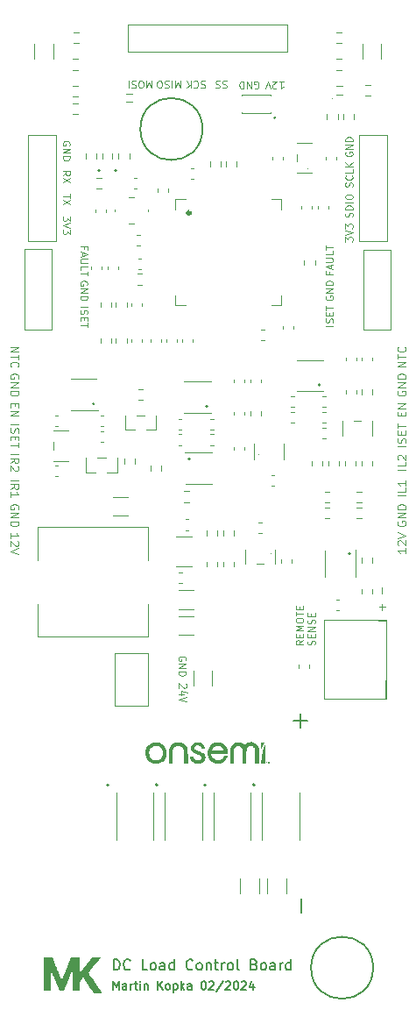
<source format=gbr>
%TF.GenerationSoftware,KiCad,Pcbnew,(6.0.1-0)*%
%TF.CreationDate,2024-02-14T14:00:17+01:00*%
%TF.ProjectId,dcload-control-board,64636c6f-6164-42d6-936f-6e74726f6c2d,rev?*%
%TF.SameCoordinates,Original*%
%TF.FileFunction,Legend,Top*%
%TF.FilePolarity,Positive*%
%FSLAX46Y46*%
G04 Gerber Fmt 4.6, Leading zero omitted, Abs format (unit mm)*
G04 Created by KiCad (PCBNEW (6.0.1-0)) date 2024-02-14 14:00:17*
%MOMM*%
%LPD*%
G01*
G04 APERTURE LIST*
%ADD10C,0.150000*%
%ADD11C,0.100000*%
%ADD12C,0.200000*%
%ADD13C,0.120000*%
%ADD14C,0.300000*%
G04 APERTURE END LIST*
D10*
X166000000Y-146000000D02*
G75*
G03*
X166000000Y-146000000I-3000000J0D01*
G01*
X149500000Y-65000000D02*
G75*
G03*
X149500000Y-65000000I-3000000J0D01*
G01*
D11*
X154533333Y-61050000D02*
X154600000Y-61083333D01*
X154700000Y-61083333D01*
X154800000Y-61050000D01*
X154866666Y-60983333D01*
X154900000Y-60916666D01*
X154933333Y-60783333D01*
X154933333Y-60683333D01*
X154900000Y-60550000D01*
X154866666Y-60483333D01*
X154800000Y-60416666D01*
X154700000Y-60383333D01*
X154633333Y-60383333D01*
X154533333Y-60416666D01*
X154500000Y-60450000D01*
X154500000Y-60683333D01*
X154633333Y-60683333D01*
X154200000Y-60383333D02*
X154200000Y-61083333D01*
X153800000Y-60383333D01*
X153800000Y-61083333D01*
X153466666Y-60383333D02*
X153466666Y-61083333D01*
X153300000Y-61083333D01*
X153200000Y-61050000D01*
X153133333Y-60983333D01*
X153100000Y-60916666D01*
X153066666Y-60783333D01*
X153066666Y-60683333D01*
X153100000Y-60550000D01*
X153133333Y-60483333D01*
X153200000Y-60416666D01*
X153300000Y-60383333D01*
X153466666Y-60383333D01*
X151833333Y-60366666D02*
X151733333Y-60333333D01*
X151566666Y-60333333D01*
X151500000Y-60366666D01*
X151466666Y-60400000D01*
X151433333Y-60466666D01*
X151433333Y-60533333D01*
X151466666Y-60600000D01*
X151500000Y-60633333D01*
X151566666Y-60666666D01*
X151700000Y-60700000D01*
X151766666Y-60733333D01*
X151800000Y-60766666D01*
X151833333Y-60833333D01*
X151833333Y-60900000D01*
X151800000Y-60966666D01*
X151766666Y-61000000D01*
X151700000Y-61033333D01*
X151533333Y-61033333D01*
X151433333Y-61000000D01*
X151166666Y-60366666D02*
X151066666Y-60333333D01*
X150900000Y-60333333D01*
X150833333Y-60366666D01*
X150800000Y-60400000D01*
X150766666Y-60466666D01*
X150766666Y-60533333D01*
X150800000Y-60600000D01*
X150833333Y-60633333D01*
X150900000Y-60666666D01*
X151033333Y-60700000D01*
X151100000Y-60733333D01*
X151133333Y-60766666D01*
X151166666Y-60833333D01*
X151166666Y-60900000D01*
X151133333Y-60966666D01*
X151100000Y-61000000D01*
X151033333Y-61033333D01*
X150866666Y-61033333D01*
X150766666Y-61000000D01*
X138050000Y-76583333D02*
X138050000Y-76350000D01*
X137683333Y-76350000D02*
X138383333Y-76350000D01*
X138383333Y-76683333D01*
X137883333Y-76916666D02*
X137883333Y-77250000D01*
X137683333Y-76850000D02*
X138383333Y-77083333D01*
X137683333Y-77316666D01*
X138383333Y-77550000D02*
X137816666Y-77550000D01*
X137750000Y-77583333D01*
X137716666Y-77616666D01*
X137683333Y-77683333D01*
X137683333Y-77816666D01*
X137716666Y-77883333D01*
X137750000Y-77916666D01*
X137816666Y-77950000D01*
X138383333Y-77950000D01*
X137683333Y-78616666D02*
X137683333Y-78283333D01*
X138383333Y-78283333D01*
X138383333Y-78750000D02*
X138383333Y-79150000D01*
X137683333Y-78950000D02*
X138383333Y-78950000D01*
X168400000Y-102909523D02*
X168361904Y-102985714D01*
X168361904Y-103100000D01*
X168400000Y-103214285D01*
X168476190Y-103290476D01*
X168552380Y-103328571D01*
X168704761Y-103366666D01*
X168819047Y-103366666D01*
X168971428Y-103328571D01*
X169047619Y-103290476D01*
X169123809Y-103214285D01*
X169161904Y-103100000D01*
X169161904Y-103023809D01*
X169123809Y-102909523D01*
X169085714Y-102871428D01*
X168819047Y-102871428D01*
X168819047Y-103023809D01*
X169161904Y-102528571D02*
X168361904Y-102528571D01*
X169161904Y-102071428D01*
X168361904Y-102071428D01*
X169161904Y-101690476D02*
X168361904Y-101690476D01*
X168361904Y-101500000D01*
X168400000Y-101385714D01*
X168476190Y-101309523D01*
X168552380Y-101271428D01*
X168704761Y-101233333D01*
X168819047Y-101233333D01*
X168971428Y-101271428D01*
X169047619Y-101309523D01*
X169123809Y-101385714D01*
X169161904Y-101500000D01*
X169161904Y-101690476D01*
X163983333Y-73483333D02*
X164016666Y-73383333D01*
X164016666Y-73216666D01*
X163983333Y-73150000D01*
X163950000Y-73116666D01*
X163883333Y-73083333D01*
X163816666Y-73083333D01*
X163750000Y-73116666D01*
X163716666Y-73150000D01*
X163683333Y-73216666D01*
X163650000Y-73350000D01*
X163616666Y-73416666D01*
X163583333Y-73450000D01*
X163516666Y-73483333D01*
X163450000Y-73483333D01*
X163383333Y-73450000D01*
X163350000Y-73416666D01*
X163316666Y-73350000D01*
X163316666Y-73183333D01*
X163350000Y-73083333D01*
X164016666Y-72783333D02*
X163316666Y-72783333D01*
X163316666Y-72616666D01*
X163350000Y-72516666D01*
X163416666Y-72450000D01*
X163483333Y-72416666D01*
X163616666Y-72383333D01*
X163716666Y-72383333D01*
X163850000Y-72416666D01*
X163916666Y-72450000D01*
X163983333Y-72516666D01*
X164016666Y-72616666D01*
X164016666Y-72783333D01*
X164016666Y-72083333D02*
X163316666Y-72083333D01*
X163316666Y-71616666D02*
X163316666Y-71483333D01*
X163350000Y-71416666D01*
X163416666Y-71350000D01*
X163550000Y-71316666D01*
X163783333Y-71316666D01*
X163916666Y-71350000D01*
X163983333Y-71416666D01*
X164016666Y-71483333D01*
X164016666Y-71616666D01*
X163983333Y-71683333D01*
X163916666Y-71750000D01*
X163783333Y-71783333D01*
X163550000Y-71783333D01*
X163416666Y-71750000D01*
X163350000Y-71683333D01*
X163316666Y-71616666D01*
X144550000Y-60333333D02*
X144550000Y-61033333D01*
X144316666Y-60533333D01*
X144083333Y-61033333D01*
X144083333Y-60333333D01*
X143616666Y-61033333D02*
X143483333Y-61033333D01*
X143416666Y-61000000D01*
X143350000Y-60933333D01*
X143316666Y-60800000D01*
X143316666Y-60566666D01*
X143350000Y-60433333D01*
X143416666Y-60366666D01*
X143483333Y-60333333D01*
X143616666Y-60333333D01*
X143683333Y-60366666D01*
X143750000Y-60433333D01*
X143783333Y-60566666D01*
X143783333Y-60800000D01*
X143750000Y-60933333D01*
X143683333Y-61000000D01*
X143616666Y-61033333D01*
X143050000Y-60366666D02*
X142950000Y-60333333D01*
X142783333Y-60333333D01*
X142716666Y-60366666D01*
X142683333Y-60400000D01*
X142650000Y-60466666D01*
X142650000Y-60533333D01*
X142683333Y-60600000D01*
X142716666Y-60633333D01*
X142783333Y-60666666D01*
X142916666Y-60700000D01*
X142983333Y-60733333D01*
X143016666Y-60766666D01*
X143050000Y-60833333D01*
X143050000Y-60900000D01*
X143016666Y-60966666D01*
X142983333Y-61000000D01*
X142916666Y-61033333D01*
X142750000Y-61033333D01*
X142650000Y-61000000D01*
X142350000Y-60333333D02*
X142350000Y-61033333D01*
X130938095Y-93552380D02*
X131738095Y-93552380D01*
X130976190Y-93895238D02*
X130938095Y-94009523D01*
X130938095Y-94200000D01*
X130976190Y-94276190D01*
X131014285Y-94314285D01*
X131090476Y-94352380D01*
X131166666Y-94352380D01*
X131242857Y-94314285D01*
X131280952Y-94276190D01*
X131319047Y-94200000D01*
X131357142Y-94047619D01*
X131395238Y-93971428D01*
X131433333Y-93933333D01*
X131509523Y-93895238D01*
X131585714Y-93895238D01*
X131661904Y-93933333D01*
X131700000Y-93971428D01*
X131738095Y-94047619D01*
X131738095Y-94238095D01*
X131700000Y-94352380D01*
X131357142Y-94695238D02*
X131357142Y-94961904D01*
X130938095Y-95076190D02*
X130938095Y-94695238D01*
X131738095Y-94695238D01*
X131738095Y-95076190D01*
X131738095Y-95304761D02*
X131738095Y-95761904D01*
X130938095Y-95533333D02*
X131738095Y-95533333D01*
X130938095Y-104504761D02*
X130938095Y-104047619D01*
X130938095Y-104276190D02*
X131738095Y-104276190D01*
X131623809Y-104200000D01*
X131547619Y-104123809D01*
X131509523Y-104047619D01*
X131661904Y-104809523D02*
X131700000Y-104847619D01*
X131738095Y-104923809D01*
X131738095Y-105114285D01*
X131700000Y-105190476D01*
X131661904Y-105228571D01*
X131585714Y-105266666D01*
X131509523Y-105266666D01*
X131395238Y-105228571D01*
X130938095Y-104771428D01*
X130938095Y-105266666D01*
X131738095Y-105495238D02*
X130938095Y-105761904D01*
X131738095Y-106028571D01*
D10*
X140887976Y-148111904D02*
X140887976Y-147311904D01*
X141154642Y-147883333D01*
X141421309Y-147311904D01*
X141421309Y-148111904D01*
X142145119Y-148111904D02*
X142145119Y-147692857D01*
X142107023Y-147616666D01*
X142030833Y-147578571D01*
X141878452Y-147578571D01*
X141802261Y-147616666D01*
X142145119Y-148073809D02*
X142068928Y-148111904D01*
X141878452Y-148111904D01*
X141802261Y-148073809D01*
X141764166Y-147997619D01*
X141764166Y-147921428D01*
X141802261Y-147845238D01*
X141878452Y-147807142D01*
X142068928Y-147807142D01*
X142145119Y-147769047D01*
X142526071Y-148111904D02*
X142526071Y-147578571D01*
X142526071Y-147730952D02*
X142564166Y-147654761D01*
X142602261Y-147616666D01*
X142678452Y-147578571D01*
X142754642Y-147578571D01*
X142907023Y-147578571D02*
X143211785Y-147578571D01*
X143021309Y-147311904D02*
X143021309Y-147997619D01*
X143059404Y-148073809D01*
X143135595Y-148111904D01*
X143211785Y-148111904D01*
X143478452Y-148111904D02*
X143478452Y-147578571D01*
X143478452Y-147311904D02*
X143440357Y-147350000D01*
X143478452Y-147388095D01*
X143516547Y-147350000D01*
X143478452Y-147311904D01*
X143478452Y-147388095D01*
X143859404Y-147578571D02*
X143859404Y-148111904D01*
X143859404Y-147654761D02*
X143897500Y-147616666D01*
X143973690Y-147578571D01*
X144087976Y-147578571D01*
X144164166Y-147616666D01*
X144202261Y-147692857D01*
X144202261Y-148111904D01*
X145192738Y-148111904D02*
X145192738Y-147311904D01*
X145649880Y-148111904D02*
X145307023Y-147654761D01*
X145649880Y-147311904D02*
X145192738Y-147769047D01*
X146107023Y-148111904D02*
X146030833Y-148073809D01*
X145992738Y-148035714D01*
X145954642Y-147959523D01*
X145954642Y-147730952D01*
X145992738Y-147654761D01*
X146030833Y-147616666D01*
X146107023Y-147578571D01*
X146221309Y-147578571D01*
X146297500Y-147616666D01*
X146335595Y-147654761D01*
X146373690Y-147730952D01*
X146373690Y-147959523D01*
X146335595Y-148035714D01*
X146297500Y-148073809D01*
X146221309Y-148111904D01*
X146107023Y-148111904D01*
X146716547Y-147578571D02*
X146716547Y-148378571D01*
X146716547Y-147616666D02*
X146792738Y-147578571D01*
X146945119Y-147578571D01*
X147021309Y-147616666D01*
X147059404Y-147654761D01*
X147097500Y-147730952D01*
X147097500Y-147959523D01*
X147059404Y-148035714D01*
X147021309Y-148073809D01*
X146945119Y-148111904D01*
X146792738Y-148111904D01*
X146716547Y-148073809D01*
X147440357Y-148111904D02*
X147440357Y-147311904D01*
X147516547Y-147807142D02*
X147745119Y-148111904D01*
X147745119Y-147578571D02*
X147440357Y-147883333D01*
X148430833Y-148111904D02*
X148430833Y-147692857D01*
X148392738Y-147616666D01*
X148316547Y-147578571D01*
X148164166Y-147578571D01*
X148087976Y-147616666D01*
X148430833Y-148073809D02*
X148354642Y-148111904D01*
X148164166Y-148111904D01*
X148087976Y-148073809D01*
X148049880Y-147997619D01*
X148049880Y-147921428D01*
X148087976Y-147845238D01*
X148164166Y-147807142D01*
X148354642Y-147807142D01*
X148430833Y-147769047D01*
X149573690Y-147311904D02*
X149649880Y-147311904D01*
X149726071Y-147350000D01*
X149764166Y-147388095D01*
X149802261Y-147464285D01*
X149840357Y-147616666D01*
X149840357Y-147807142D01*
X149802261Y-147959523D01*
X149764166Y-148035714D01*
X149726071Y-148073809D01*
X149649880Y-148111904D01*
X149573690Y-148111904D01*
X149497500Y-148073809D01*
X149459404Y-148035714D01*
X149421309Y-147959523D01*
X149383214Y-147807142D01*
X149383214Y-147616666D01*
X149421309Y-147464285D01*
X149459404Y-147388095D01*
X149497500Y-147350000D01*
X149573690Y-147311904D01*
X150145119Y-147388095D02*
X150183214Y-147350000D01*
X150259404Y-147311904D01*
X150449880Y-147311904D01*
X150526071Y-147350000D01*
X150564166Y-147388095D01*
X150602261Y-147464285D01*
X150602261Y-147540476D01*
X150564166Y-147654761D01*
X150107023Y-148111904D01*
X150602261Y-148111904D01*
X151516547Y-147273809D02*
X150830833Y-148302380D01*
X151745119Y-147388095D02*
X151783214Y-147350000D01*
X151859404Y-147311904D01*
X152049880Y-147311904D01*
X152126071Y-147350000D01*
X152164166Y-147388095D01*
X152202261Y-147464285D01*
X152202261Y-147540476D01*
X152164166Y-147654761D01*
X151707023Y-148111904D01*
X152202261Y-148111904D01*
X152697500Y-147311904D02*
X152773690Y-147311904D01*
X152849880Y-147350000D01*
X152887976Y-147388095D01*
X152926071Y-147464285D01*
X152964166Y-147616666D01*
X152964166Y-147807142D01*
X152926071Y-147959523D01*
X152887976Y-148035714D01*
X152849880Y-148073809D01*
X152773690Y-148111904D01*
X152697500Y-148111904D01*
X152621309Y-148073809D01*
X152583214Y-148035714D01*
X152545119Y-147959523D01*
X152507023Y-147807142D01*
X152507023Y-147616666D01*
X152545119Y-147464285D01*
X152583214Y-147388095D01*
X152621309Y-147350000D01*
X152697500Y-147311904D01*
X153268928Y-147388095D02*
X153307023Y-147350000D01*
X153383214Y-147311904D01*
X153573690Y-147311904D01*
X153649880Y-147350000D01*
X153687976Y-147388095D01*
X153726071Y-147464285D01*
X153726071Y-147540476D01*
X153687976Y-147654761D01*
X153230833Y-148111904D01*
X153726071Y-148111904D01*
X154411785Y-147578571D02*
X154411785Y-148111904D01*
X154221309Y-147273809D02*
X154030833Y-147845238D01*
X154526071Y-147845238D01*
D11*
X137683333Y-82183333D02*
X138383333Y-82183333D01*
X137716666Y-82483333D02*
X137683333Y-82583333D01*
X137683333Y-82750000D01*
X137716666Y-82816666D01*
X137750000Y-82850000D01*
X137816666Y-82883333D01*
X137883333Y-82883333D01*
X137950000Y-82850000D01*
X137983333Y-82816666D01*
X138016666Y-82750000D01*
X138050000Y-82616666D01*
X138083333Y-82550000D01*
X138116666Y-82516666D01*
X138183333Y-82483333D01*
X138250000Y-82483333D01*
X138316666Y-82516666D01*
X138350000Y-82550000D01*
X138383333Y-82616666D01*
X138383333Y-82783333D01*
X138350000Y-82883333D01*
X138050000Y-83183333D02*
X138050000Y-83416666D01*
X137683333Y-83516666D02*
X137683333Y-83183333D01*
X138383333Y-83183333D01*
X138383333Y-83516666D01*
X138383333Y-83716666D02*
X138383333Y-84116666D01*
X137683333Y-83916666D02*
X138383333Y-83916666D01*
X130938095Y-96419047D02*
X131738095Y-96419047D01*
X130938095Y-97257142D02*
X131319047Y-96990476D01*
X130938095Y-96800000D02*
X131738095Y-96800000D01*
X131738095Y-97104761D01*
X131700000Y-97180952D01*
X131661904Y-97219047D01*
X131585714Y-97257142D01*
X131471428Y-97257142D01*
X131395238Y-97219047D01*
X131357142Y-97180952D01*
X131319047Y-97104761D01*
X131319047Y-96800000D01*
X131661904Y-97561904D02*
X131700000Y-97600000D01*
X131738095Y-97676190D01*
X131738095Y-97866666D01*
X131700000Y-97942857D01*
X131661904Y-97980952D01*
X131585714Y-98019047D01*
X131509523Y-98019047D01*
X131395238Y-97980952D01*
X130938095Y-97523809D01*
X130938095Y-98019047D01*
X149750000Y-60366666D02*
X149650000Y-60333333D01*
X149483333Y-60333333D01*
X149416666Y-60366666D01*
X149383333Y-60400000D01*
X149350000Y-60466666D01*
X149350000Y-60533333D01*
X149383333Y-60600000D01*
X149416666Y-60633333D01*
X149483333Y-60666666D01*
X149616666Y-60700000D01*
X149683333Y-60733333D01*
X149716666Y-60766666D01*
X149750000Y-60833333D01*
X149750000Y-60900000D01*
X149716666Y-60966666D01*
X149683333Y-61000000D01*
X149616666Y-61033333D01*
X149450000Y-61033333D01*
X149350000Y-61000000D01*
X148650000Y-60400000D02*
X148683333Y-60366666D01*
X148783333Y-60333333D01*
X148850000Y-60333333D01*
X148950000Y-60366666D01*
X149016666Y-60433333D01*
X149050000Y-60500000D01*
X149083333Y-60633333D01*
X149083333Y-60733333D01*
X149050000Y-60866666D01*
X149016666Y-60933333D01*
X148950000Y-61000000D01*
X148850000Y-61033333D01*
X148783333Y-61033333D01*
X148683333Y-61000000D01*
X148650000Y-60966666D01*
X148350000Y-60333333D02*
X148350000Y-61033333D01*
X147950000Y-60333333D02*
X148250000Y-60733333D01*
X147950000Y-61033333D02*
X148350000Y-60633333D01*
X169161904Y-97904761D02*
X168361904Y-97904761D01*
X169161904Y-97142857D02*
X169161904Y-97523809D01*
X168361904Y-97523809D01*
X168438095Y-96914285D02*
X168400000Y-96876190D01*
X168361904Y-96800000D01*
X168361904Y-96609523D01*
X168400000Y-96533333D01*
X168438095Y-96495238D01*
X168514285Y-96457142D01*
X168590476Y-96457142D01*
X168704761Y-96495238D01*
X169161904Y-96952380D01*
X169161904Y-96457142D01*
X147350000Y-60333333D02*
X147350000Y-61033333D01*
X147116666Y-60533333D01*
X146883333Y-61033333D01*
X146883333Y-60333333D01*
X146550000Y-60333333D02*
X146550000Y-61033333D01*
X146250000Y-60366666D02*
X146150000Y-60333333D01*
X145983333Y-60333333D01*
X145916666Y-60366666D01*
X145883333Y-60400000D01*
X145850000Y-60466666D01*
X145850000Y-60533333D01*
X145883333Y-60600000D01*
X145916666Y-60633333D01*
X145983333Y-60666666D01*
X146116666Y-60700000D01*
X146183333Y-60733333D01*
X146216666Y-60766666D01*
X146250000Y-60833333D01*
X146250000Y-60900000D01*
X146216666Y-60966666D01*
X146183333Y-61000000D01*
X146116666Y-61033333D01*
X145950000Y-61033333D01*
X145850000Y-61000000D01*
X145416666Y-61033333D02*
X145283333Y-61033333D01*
X145216666Y-61000000D01*
X145150000Y-60933333D01*
X145116666Y-60800000D01*
X145116666Y-60566666D01*
X145150000Y-60433333D01*
X145216666Y-60366666D01*
X145283333Y-60333333D01*
X145416666Y-60333333D01*
X145483333Y-60366666D01*
X145550000Y-60433333D01*
X145583333Y-60566666D01*
X145583333Y-60800000D01*
X145550000Y-60933333D01*
X145483333Y-61000000D01*
X145416666Y-61033333D01*
X131700000Y-89090476D02*
X131738095Y-89014285D01*
X131738095Y-88900000D01*
X131700000Y-88785714D01*
X131623809Y-88709523D01*
X131547619Y-88671428D01*
X131395238Y-88633333D01*
X131280952Y-88633333D01*
X131128571Y-88671428D01*
X131052380Y-88709523D01*
X130976190Y-88785714D01*
X130938095Y-88900000D01*
X130938095Y-88976190D01*
X130976190Y-89090476D01*
X131014285Y-89128571D01*
X131280952Y-89128571D01*
X131280952Y-88976190D01*
X130938095Y-89471428D02*
X131738095Y-89471428D01*
X130938095Y-89928571D01*
X131738095Y-89928571D01*
X130938095Y-90309523D02*
X131738095Y-90309523D01*
X131738095Y-90500000D01*
X131700000Y-90614285D01*
X131623809Y-90690476D01*
X131547619Y-90728571D01*
X131395238Y-90766666D01*
X131280952Y-90766666D01*
X131128571Y-90728571D01*
X131052380Y-90690476D01*
X130976190Y-90614285D01*
X130938095Y-90500000D01*
X130938095Y-90309523D01*
D12*
X158314285Y-122128571D02*
X159685714Y-122128571D01*
X159000000Y-122814285D02*
X159000000Y-121442857D01*
D11*
X161450000Y-81133333D02*
X161416666Y-81200000D01*
X161416666Y-81300000D01*
X161450000Y-81400000D01*
X161516666Y-81466666D01*
X161583333Y-81500000D01*
X161716666Y-81533333D01*
X161816666Y-81533333D01*
X161950000Y-81500000D01*
X162016666Y-81466666D01*
X162083333Y-81400000D01*
X162116666Y-81300000D01*
X162116666Y-81233333D01*
X162083333Y-81133333D01*
X162050000Y-81100000D01*
X161816666Y-81100000D01*
X161816666Y-81233333D01*
X162116666Y-80800000D02*
X161416666Y-80800000D01*
X162116666Y-80400000D01*
X161416666Y-80400000D01*
X162116666Y-80066666D02*
X161416666Y-80066666D01*
X161416666Y-79900000D01*
X161450000Y-79800000D01*
X161516666Y-79733333D01*
X161583333Y-79700000D01*
X161716666Y-79666666D01*
X161816666Y-79666666D01*
X161950000Y-79700000D01*
X162016666Y-79733333D01*
X162083333Y-79800000D01*
X162116666Y-79900000D01*
X162116666Y-80066666D01*
X135983333Y-69483333D02*
X136316666Y-69250000D01*
X135983333Y-69083333D02*
X136683333Y-69083333D01*
X136683333Y-69350000D01*
X136650000Y-69416666D01*
X136616666Y-69450000D01*
X136550000Y-69483333D01*
X136450000Y-69483333D01*
X136383333Y-69450000D01*
X136350000Y-69416666D01*
X136316666Y-69350000D01*
X136316666Y-69083333D01*
X136683333Y-69716666D02*
X135983333Y-70183333D01*
X136683333Y-70183333D02*
X135983333Y-69716666D01*
X147911904Y-118566666D02*
X147950000Y-118600000D01*
X147988095Y-118666666D01*
X147988095Y-118833333D01*
X147950000Y-118900000D01*
X147911904Y-118933333D01*
X147835714Y-118966666D01*
X147759523Y-118966666D01*
X147645238Y-118933333D01*
X147188095Y-118533333D01*
X147188095Y-118966666D01*
X147721428Y-119566666D02*
X147188095Y-119566666D01*
X148026190Y-119400000D02*
X147454761Y-119233333D01*
X147454761Y-119666666D01*
X147988095Y-119833333D02*
X147188095Y-120066666D01*
X147988095Y-120300000D01*
X169161904Y-105495238D02*
X169161904Y-105952380D01*
X169161904Y-105723809D02*
X168361904Y-105723809D01*
X168476190Y-105800000D01*
X168552380Y-105876190D01*
X168590476Y-105952380D01*
X168438095Y-105190476D02*
X168400000Y-105152380D01*
X168361904Y-105076190D01*
X168361904Y-104885714D01*
X168400000Y-104809523D01*
X168438095Y-104771428D01*
X168514285Y-104733333D01*
X168590476Y-104733333D01*
X168704761Y-104771428D01*
X169161904Y-105228571D01*
X169161904Y-104733333D01*
X168361904Y-104504761D02*
X169161904Y-104238095D01*
X168361904Y-103971428D01*
X162116666Y-84016666D02*
X161416666Y-84016666D01*
X162083333Y-83716666D02*
X162116666Y-83616666D01*
X162116666Y-83450000D01*
X162083333Y-83383333D01*
X162050000Y-83350000D01*
X161983333Y-83316666D01*
X161916666Y-83316666D01*
X161850000Y-83350000D01*
X161816666Y-83383333D01*
X161783333Y-83450000D01*
X161750000Y-83583333D01*
X161716666Y-83650000D01*
X161683333Y-83683333D01*
X161616666Y-83716666D01*
X161550000Y-83716666D01*
X161483333Y-83683333D01*
X161450000Y-83650000D01*
X161416666Y-83583333D01*
X161416666Y-83416666D01*
X161450000Y-83316666D01*
X161750000Y-83016666D02*
X161750000Y-82783333D01*
X162116666Y-82683333D02*
X162116666Y-83016666D01*
X161416666Y-83016666D01*
X161416666Y-82683333D01*
X161416666Y-82483333D02*
X161416666Y-82083333D01*
X162116666Y-82283333D02*
X161416666Y-82283333D01*
X169161904Y-100404761D02*
X168361904Y-100404761D01*
X169161904Y-99642857D02*
X169161904Y-100023809D01*
X168361904Y-100023809D01*
X169161904Y-98957142D02*
X169161904Y-99414285D01*
X169161904Y-99185714D02*
X168361904Y-99185714D01*
X168476190Y-99261904D01*
X168552380Y-99338095D01*
X168590476Y-99414285D01*
X169161904Y-95647619D02*
X168361904Y-95647619D01*
X169123809Y-95304761D02*
X169161904Y-95190476D01*
X169161904Y-95000000D01*
X169123809Y-94923809D01*
X169085714Y-94885714D01*
X169009523Y-94847619D01*
X168933333Y-94847619D01*
X168857142Y-94885714D01*
X168819047Y-94923809D01*
X168780952Y-95000000D01*
X168742857Y-95152380D01*
X168704761Y-95228571D01*
X168666666Y-95266666D01*
X168590476Y-95304761D01*
X168514285Y-95304761D01*
X168438095Y-95266666D01*
X168400000Y-95228571D01*
X168361904Y-95152380D01*
X168361904Y-94961904D01*
X168400000Y-94847619D01*
X168742857Y-94504761D02*
X168742857Y-94238095D01*
X169161904Y-94123809D02*
X169161904Y-94504761D01*
X168361904Y-94504761D01*
X168361904Y-94123809D01*
X168361904Y-93895238D02*
X168361904Y-93438095D01*
X169161904Y-93666666D02*
X168361904Y-93666666D01*
X136683333Y-73433333D02*
X136683333Y-73866666D01*
X136416666Y-73633333D01*
X136416666Y-73733333D01*
X136383333Y-73800000D01*
X136350000Y-73833333D01*
X136283333Y-73866666D01*
X136116666Y-73866666D01*
X136050000Y-73833333D01*
X136016666Y-73800000D01*
X135983333Y-73733333D01*
X135983333Y-73533333D01*
X136016666Y-73466666D01*
X136050000Y-73433333D01*
X136683333Y-74066666D02*
X135983333Y-74300000D01*
X136683333Y-74533333D01*
X136683333Y-74700000D02*
X136683333Y-75133333D01*
X136416666Y-74900000D01*
X136416666Y-75000000D01*
X136383333Y-75066666D01*
X136350000Y-75100000D01*
X136283333Y-75133333D01*
X136116666Y-75133333D01*
X136050000Y-75100000D01*
X136016666Y-75066666D01*
X135983333Y-75000000D01*
X135983333Y-74800000D01*
X136016666Y-74733333D01*
X136050000Y-74700000D01*
X136650000Y-66566666D02*
X136683333Y-66500000D01*
X136683333Y-66400000D01*
X136650000Y-66300000D01*
X136583333Y-66233333D01*
X136516666Y-66200000D01*
X136383333Y-66166666D01*
X136283333Y-66166666D01*
X136150000Y-66200000D01*
X136083333Y-66233333D01*
X136016666Y-66300000D01*
X135983333Y-66400000D01*
X135983333Y-66466666D01*
X136016666Y-66566666D01*
X136050000Y-66600000D01*
X136283333Y-66600000D01*
X136283333Y-66466666D01*
X135983333Y-66900000D02*
X136683333Y-66900000D01*
X135983333Y-67300000D01*
X136683333Y-67300000D01*
X135983333Y-67633333D02*
X136683333Y-67633333D01*
X136683333Y-67800000D01*
X136650000Y-67900000D01*
X136583333Y-67966666D01*
X136516666Y-68000000D01*
X136383333Y-68033333D01*
X136283333Y-68033333D01*
X136150000Y-68000000D01*
X136083333Y-67966666D01*
X136016666Y-67900000D01*
X135983333Y-67800000D01*
X135983333Y-67633333D01*
D10*
X140935595Y-146202380D02*
X140935595Y-145202380D01*
X141173690Y-145202380D01*
X141316547Y-145250000D01*
X141411785Y-145345238D01*
X141459404Y-145440476D01*
X141507023Y-145630952D01*
X141507023Y-145773809D01*
X141459404Y-145964285D01*
X141411785Y-146059523D01*
X141316547Y-146154761D01*
X141173690Y-146202380D01*
X140935595Y-146202380D01*
X142507023Y-146107142D02*
X142459404Y-146154761D01*
X142316547Y-146202380D01*
X142221309Y-146202380D01*
X142078452Y-146154761D01*
X141983214Y-146059523D01*
X141935595Y-145964285D01*
X141887976Y-145773809D01*
X141887976Y-145630952D01*
X141935595Y-145440476D01*
X141983214Y-145345238D01*
X142078452Y-145250000D01*
X142221309Y-145202380D01*
X142316547Y-145202380D01*
X142459404Y-145250000D01*
X142507023Y-145297619D01*
X144173690Y-146202380D02*
X143697500Y-146202380D01*
X143697500Y-145202380D01*
X144649880Y-146202380D02*
X144554642Y-146154761D01*
X144507023Y-146107142D01*
X144459404Y-146011904D01*
X144459404Y-145726190D01*
X144507023Y-145630952D01*
X144554642Y-145583333D01*
X144649880Y-145535714D01*
X144792738Y-145535714D01*
X144887976Y-145583333D01*
X144935595Y-145630952D01*
X144983214Y-145726190D01*
X144983214Y-146011904D01*
X144935595Y-146107142D01*
X144887976Y-146154761D01*
X144792738Y-146202380D01*
X144649880Y-146202380D01*
X145840357Y-146202380D02*
X145840357Y-145678571D01*
X145792738Y-145583333D01*
X145697500Y-145535714D01*
X145507023Y-145535714D01*
X145411785Y-145583333D01*
X145840357Y-146154761D02*
X145745119Y-146202380D01*
X145507023Y-146202380D01*
X145411785Y-146154761D01*
X145364166Y-146059523D01*
X145364166Y-145964285D01*
X145411785Y-145869047D01*
X145507023Y-145821428D01*
X145745119Y-145821428D01*
X145840357Y-145773809D01*
X146745119Y-146202380D02*
X146745119Y-145202380D01*
X146745119Y-146154761D02*
X146649880Y-146202380D01*
X146459404Y-146202380D01*
X146364166Y-146154761D01*
X146316547Y-146107142D01*
X146268928Y-146011904D01*
X146268928Y-145726190D01*
X146316547Y-145630952D01*
X146364166Y-145583333D01*
X146459404Y-145535714D01*
X146649880Y-145535714D01*
X146745119Y-145583333D01*
X148554642Y-146107142D02*
X148507023Y-146154761D01*
X148364166Y-146202380D01*
X148268928Y-146202380D01*
X148126071Y-146154761D01*
X148030833Y-146059523D01*
X147983214Y-145964285D01*
X147935595Y-145773809D01*
X147935595Y-145630952D01*
X147983214Y-145440476D01*
X148030833Y-145345238D01*
X148126071Y-145250000D01*
X148268928Y-145202380D01*
X148364166Y-145202380D01*
X148507023Y-145250000D01*
X148554642Y-145297619D01*
X149126071Y-146202380D02*
X149030833Y-146154761D01*
X148983214Y-146107142D01*
X148935595Y-146011904D01*
X148935595Y-145726190D01*
X148983214Y-145630952D01*
X149030833Y-145583333D01*
X149126071Y-145535714D01*
X149268928Y-145535714D01*
X149364166Y-145583333D01*
X149411785Y-145630952D01*
X149459404Y-145726190D01*
X149459404Y-146011904D01*
X149411785Y-146107142D01*
X149364166Y-146154761D01*
X149268928Y-146202380D01*
X149126071Y-146202380D01*
X149887976Y-145535714D02*
X149887976Y-146202380D01*
X149887976Y-145630952D02*
X149935595Y-145583333D01*
X150030833Y-145535714D01*
X150173690Y-145535714D01*
X150268928Y-145583333D01*
X150316547Y-145678571D01*
X150316547Y-146202380D01*
X150649880Y-145535714D02*
X151030833Y-145535714D01*
X150792738Y-145202380D02*
X150792738Y-146059523D01*
X150840357Y-146154761D01*
X150935595Y-146202380D01*
X151030833Y-146202380D01*
X151364166Y-146202380D02*
X151364166Y-145535714D01*
X151364166Y-145726190D02*
X151411785Y-145630952D01*
X151459404Y-145583333D01*
X151554642Y-145535714D01*
X151649880Y-145535714D01*
X152126071Y-146202380D02*
X152030833Y-146154761D01*
X151983214Y-146107142D01*
X151935595Y-146011904D01*
X151935595Y-145726190D01*
X151983214Y-145630952D01*
X152030833Y-145583333D01*
X152126071Y-145535714D01*
X152268928Y-145535714D01*
X152364166Y-145583333D01*
X152411785Y-145630952D01*
X152459404Y-145726190D01*
X152459404Y-146011904D01*
X152411785Y-146107142D01*
X152364166Y-146154761D01*
X152268928Y-146202380D01*
X152126071Y-146202380D01*
X153030833Y-146202380D02*
X152935595Y-146154761D01*
X152887976Y-146059523D01*
X152887976Y-145202380D01*
X154507023Y-145678571D02*
X154649880Y-145726190D01*
X154697500Y-145773809D01*
X154745119Y-145869047D01*
X154745119Y-146011904D01*
X154697500Y-146107142D01*
X154649880Y-146154761D01*
X154554642Y-146202380D01*
X154173690Y-146202380D01*
X154173690Y-145202380D01*
X154507023Y-145202380D01*
X154602261Y-145250000D01*
X154649880Y-145297619D01*
X154697500Y-145392857D01*
X154697500Y-145488095D01*
X154649880Y-145583333D01*
X154602261Y-145630952D01*
X154507023Y-145678571D01*
X154173690Y-145678571D01*
X155316547Y-146202380D02*
X155221309Y-146154761D01*
X155173690Y-146107142D01*
X155126071Y-146011904D01*
X155126071Y-145726190D01*
X155173690Y-145630952D01*
X155221309Y-145583333D01*
X155316547Y-145535714D01*
X155459404Y-145535714D01*
X155554642Y-145583333D01*
X155602261Y-145630952D01*
X155649880Y-145726190D01*
X155649880Y-146011904D01*
X155602261Y-146107142D01*
X155554642Y-146154761D01*
X155459404Y-146202380D01*
X155316547Y-146202380D01*
X156507023Y-146202380D02*
X156507023Y-145678571D01*
X156459404Y-145583333D01*
X156364166Y-145535714D01*
X156173690Y-145535714D01*
X156078452Y-145583333D01*
X156507023Y-146154761D02*
X156411785Y-146202380D01*
X156173690Y-146202380D01*
X156078452Y-146154761D01*
X156030833Y-146059523D01*
X156030833Y-145964285D01*
X156078452Y-145869047D01*
X156173690Y-145821428D01*
X156411785Y-145821428D01*
X156507023Y-145773809D01*
X156983214Y-146202380D02*
X156983214Y-145535714D01*
X156983214Y-145726190D02*
X157030833Y-145630952D01*
X157078452Y-145583333D01*
X157173690Y-145535714D01*
X157268928Y-145535714D01*
X158030833Y-146202380D02*
X158030833Y-145202380D01*
X158030833Y-146154761D02*
X157935595Y-146202380D01*
X157745119Y-146202380D01*
X157649880Y-146154761D01*
X157602261Y-146107142D01*
X157554642Y-146011904D01*
X157554642Y-145726190D01*
X157602261Y-145630952D01*
X157649880Y-145583333D01*
X157745119Y-145535714D01*
X157935595Y-145535714D01*
X158030833Y-145583333D01*
D11*
X147850000Y-116316666D02*
X147883333Y-116250000D01*
X147883333Y-116150000D01*
X147850000Y-116050000D01*
X147783333Y-115983333D01*
X147716666Y-115950000D01*
X147583333Y-115916666D01*
X147483333Y-115916666D01*
X147350000Y-115950000D01*
X147283333Y-115983333D01*
X147216666Y-116050000D01*
X147183333Y-116150000D01*
X147183333Y-116216666D01*
X147216666Y-116316666D01*
X147250000Y-116350000D01*
X147483333Y-116350000D01*
X147483333Y-116216666D01*
X147183333Y-116650000D02*
X147883333Y-116650000D01*
X147183333Y-117050000D01*
X147883333Y-117050000D01*
X147183333Y-117383333D02*
X147883333Y-117383333D01*
X147883333Y-117550000D01*
X147850000Y-117650000D01*
X147783333Y-117716666D01*
X147716666Y-117750000D01*
X147583333Y-117783333D01*
X147483333Y-117783333D01*
X147350000Y-117750000D01*
X147283333Y-117716666D01*
X147216666Y-117650000D01*
X147183333Y-117550000D01*
X147183333Y-117383333D01*
X131700000Y-101690476D02*
X131738095Y-101614285D01*
X131738095Y-101500000D01*
X131700000Y-101385714D01*
X131623809Y-101309523D01*
X131547619Y-101271428D01*
X131395238Y-101233333D01*
X131280952Y-101233333D01*
X131128571Y-101271428D01*
X131052380Y-101309523D01*
X130976190Y-101385714D01*
X130938095Y-101500000D01*
X130938095Y-101576190D01*
X130976190Y-101690476D01*
X131014285Y-101728571D01*
X131280952Y-101728571D01*
X131280952Y-101576190D01*
X130938095Y-102071428D02*
X131738095Y-102071428D01*
X130938095Y-102528571D01*
X131738095Y-102528571D01*
X130938095Y-102909523D02*
X131738095Y-102909523D01*
X131738095Y-103100000D01*
X131700000Y-103214285D01*
X131623809Y-103290476D01*
X131547619Y-103328571D01*
X131395238Y-103366666D01*
X131280952Y-103366666D01*
X131128571Y-103328571D01*
X131052380Y-103290476D01*
X130976190Y-103214285D01*
X130938095Y-103100000D01*
X130938095Y-102909523D01*
D12*
X159071428Y-140685714D02*
X159071428Y-139314285D01*
D11*
X138350000Y-80066666D02*
X138383333Y-80000000D01*
X138383333Y-79900000D01*
X138350000Y-79800000D01*
X138283333Y-79733333D01*
X138216666Y-79700000D01*
X138083333Y-79666666D01*
X137983333Y-79666666D01*
X137850000Y-79700000D01*
X137783333Y-79733333D01*
X137716666Y-79800000D01*
X137683333Y-79900000D01*
X137683333Y-79966666D01*
X137716666Y-80066666D01*
X137750000Y-80100000D01*
X137983333Y-80100000D01*
X137983333Y-79966666D01*
X137683333Y-80400000D02*
X138383333Y-80400000D01*
X137683333Y-80800000D01*
X138383333Y-80800000D01*
X137683333Y-81133333D02*
X138383333Y-81133333D01*
X138383333Y-81300000D01*
X138350000Y-81400000D01*
X138283333Y-81466666D01*
X138216666Y-81500000D01*
X138083333Y-81533333D01*
X137983333Y-81533333D01*
X137850000Y-81500000D01*
X137783333Y-81466666D01*
X137716666Y-81400000D01*
X137683333Y-81300000D01*
X137683333Y-81133333D01*
X163350000Y-67233333D02*
X163316666Y-67300000D01*
X163316666Y-67400000D01*
X163350000Y-67500000D01*
X163416666Y-67566666D01*
X163483333Y-67600000D01*
X163616666Y-67633333D01*
X163716666Y-67633333D01*
X163850000Y-67600000D01*
X163916666Y-67566666D01*
X163983333Y-67500000D01*
X164016666Y-67400000D01*
X164016666Y-67333333D01*
X163983333Y-67233333D01*
X163950000Y-67200000D01*
X163716666Y-67200000D01*
X163716666Y-67333333D01*
X164016666Y-66900000D02*
X163316666Y-66900000D01*
X164016666Y-66500000D01*
X163316666Y-66500000D01*
X164016666Y-66166666D02*
X163316666Y-66166666D01*
X163316666Y-66000000D01*
X163350000Y-65900000D01*
X163416666Y-65833333D01*
X163483333Y-65800000D01*
X163616666Y-65766666D01*
X163716666Y-65766666D01*
X163850000Y-65800000D01*
X163916666Y-65833333D01*
X163983333Y-65900000D01*
X164016666Y-66000000D01*
X164016666Y-66166666D01*
X130938095Y-86066666D02*
X131738095Y-86066666D01*
X130938095Y-86523809D01*
X131738095Y-86523809D01*
X131738095Y-86790476D02*
X131738095Y-87247619D01*
X130938095Y-87019047D02*
X131738095Y-87019047D01*
X131014285Y-87971428D02*
X130976190Y-87933333D01*
X130938095Y-87819047D01*
X130938095Y-87742857D01*
X130976190Y-87628571D01*
X131052380Y-87552380D01*
X131128571Y-87514285D01*
X131280952Y-87476190D01*
X131395238Y-87476190D01*
X131547619Y-87514285D01*
X131623809Y-87552380D01*
X131700000Y-87628571D01*
X131738095Y-87742857D01*
X131738095Y-87819047D01*
X131700000Y-87933333D01*
X131661904Y-87971428D01*
X163983333Y-70583333D02*
X164016666Y-70483333D01*
X164016666Y-70316666D01*
X163983333Y-70250000D01*
X163950000Y-70216666D01*
X163883333Y-70183333D01*
X163816666Y-70183333D01*
X163750000Y-70216666D01*
X163716666Y-70250000D01*
X163683333Y-70316666D01*
X163650000Y-70450000D01*
X163616666Y-70516666D01*
X163583333Y-70550000D01*
X163516666Y-70583333D01*
X163450000Y-70583333D01*
X163383333Y-70550000D01*
X163350000Y-70516666D01*
X163316666Y-70450000D01*
X163316666Y-70283333D01*
X163350000Y-70183333D01*
X163950000Y-69483333D02*
X163983333Y-69516666D01*
X164016666Y-69616666D01*
X164016666Y-69683333D01*
X163983333Y-69783333D01*
X163916666Y-69850000D01*
X163850000Y-69883333D01*
X163716666Y-69916666D01*
X163616666Y-69916666D01*
X163483333Y-69883333D01*
X163416666Y-69850000D01*
X163350000Y-69783333D01*
X163316666Y-69683333D01*
X163316666Y-69616666D01*
X163350000Y-69516666D01*
X163383333Y-69483333D01*
X164016666Y-68850000D02*
X164016666Y-69183333D01*
X163316666Y-69183333D01*
X164016666Y-68616666D02*
X163316666Y-68616666D01*
X164016666Y-68216666D02*
X163616666Y-68516666D01*
X163316666Y-68216666D02*
X163716666Y-68616666D01*
X156933333Y-60383333D02*
X157333333Y-60383333D01*
X157133333Y-60383333D02*
X157133333Y-61083333D01*
X157200000Y-60983333D01*
X157266666Y-60916666D01*
X157333333Y-60883333D01*
X156666666Y-61016666D02*
X156633333Y-61050000D01*
X156566666Y-61083333D01*
X156400000Y-61083333D01*
X156333333Y-61050000D01*
X156300000Y-61016666D01*
X156266666Y-60950000D01*
X156266666Y-60883333D01*
X156300000Y-60783333D01*
X156700000Y-60383333D01*
X156266666Y-60383333D01*
X156066666Y-61083333D02*
X155833333Y-60383333D01*
X155600000Y-61083333D01*
X168742857Y-92690476D02*
X168742857Y-92423809D01*
X169161904Y-92309523D02*
X169161904Y-92690476D01*
X168361904Y-92690476D01*
X168361904Y-92309523D01*
X169161904Y-91966666D02*
X168361904Y-91966666D01*
X169161904Y-91509523D01*
X168361904Y-91509523D01*
X166857142Y-111454761D02*
X166857142Y-110845238D01*
X167161904Y-111150000D02*
X166552380Y-111150000D01*
X166857142Y-109854761D02*
X166857142Y-109245238D01*
X159253166Y-114368333D02*
X158919833Y-114601666D01*
X159253166Y-114768333D02*
X158553166Y-114768333D01*
X158553166Y-114501666D01*
X158586500Y-114435000D01*
X158619833Y-114401666D01*
X158686500Y-114368333D01*
X158786500Y-114368333D01*
X158853166Y-114401666D01*
X158886500Y-114435000D01*
X158919833Y-114501666D01*
X158919833Y-114768333D01*
X158886500Y-114068333D02*
X158886500Y-113835000D01*
X159253166Y-113735000D02*
X159253166Y-114068333D01*
X158553166Y-114068333D01*
X158553166Y-113735000D01*
X159253166Y-113435000D02*
X158553166Y-113435000D01*
X159053166Y-113201666D01*
X158553166Y-112968333D01*
X159253166Y-112968333D01*
X158553166Y-112501666D02*
X158553166Y-112368333D01*
X158586500Y-112301666D01*
X158653166Y-112235000D01*
X158786500Y-112201666D01*
X159019833Y-112201666D01*
X159153166Y-112235000D01*
X159219833Y-112301666D01*
X159253166Y-112368333D01*
X159253166Y-112501666D01*
X159219833Y-112568333D01*
X159153166Y-112635000D01*
X159019833Y-112668333D01*
X158786500Y-112668333D01*
X158653166Y-112635000D01*
X158586500Y-112568333D01*
X158553166Y-112501666D01*
X158553166Y-112001666D02*
X158553166Y-111601666D01*
X159253166Y-111801666D02*
X158553166Y-111801666D01*
X158886500Y-111368333D02*
X158886500Y-111135000D01*
X159253166Y-111035000D02*
X159253166Y-111368333D01*
X158553166Y-111368333D01*
X158553166Y-111035000D01*
X160346833Y-114801666D02*
X160380166Y-114701666D01*
X160380166Y-114535000D01*
X160346833Y-114468333D01*
X160313500Y-114435000D01*
X160246833Y-114401666D01*
X160180166Y-114401666D01*
X160113500Y-114435000D01*
X160080166Y-114468333D01*
X160046833Y-114535000D01*
X160013500Y-114668333D01*
X159980166Y-114735000D01*
X159946833Y-114768333D01*
X159880166Y-114801666D01*
X159813500Y-114801666D01*
X159746833Y-114768333D01*
X159713500Y-114735000D01*
X159680166Y-114668333D01*
X159680166Y-114501666D01*
X159713500Y-114401666D01*
X160013500Y-114101666D02*
X160013500Y-113868333D01*
X160380166Y-113768333D02*
X160380166Y-114101666D01*
X159680166Y-114101666D01*
X159680166Y-113768333D01*
X160380166Y-113468333D02*
X159680166Y-113468333D01*
X160380166Y-113068333D01*
X159680166Y-113068333D01*
X160346833Y-112768333D02*
X160380166Y-112668333D01*
X160380166Y-112501666D01*
X160346833Y-112435000D01*
X160313500Y-112401666D01*
X160246833Y-112368333D01*
X160180166Y-112368333D01*
X160113500Y-112401666D01*
X160080166Y-112435000D01*
X160046833Y-112501666D01*
X160013500Y-112635000D01*
X159980166Y-112701666D01*
X159946833Y-112735000D01*
X159880166Y-112768333D01*
X159813500Y-112768333D01*
X159746833Y-112735000D01*
X159713500Y-112701666D01*
X159680166Y-112635000D01*
X159680166Y-112468333D01*
X159713500Y-112368333D01*
X160013500Y-112068333D02*
X160013500Y-111835000D01*
X160380166Y-111735000D02*
X160380166Y-112068333D01*
X159680166Y-112068333D01*
X159680166Y-111735000D01*
X131357142Y-91509523D02*
X131357142Y-91776190D01*
X130938095Y-91890476D02*
X130938095Y-91509523D01*
X131738095Y-91509523D01*
X131738095Y-91890476D01*
X130938095Y-92233333D02*
X131738095Y-92233333D01*
X130938095Y-92690476D01*
X131738095Y-92690476D01*
X168400000Y-90309523D02*
X168361904Y-90385714D01*
X168361904Y-90500000D01*
X168400000Y-90614285D01*
X168476190Y-90690476D01*
X168552380Y-90728571D01*
X168704761Y-90766666D01*
X168819047Y-90766666D01*
X168971428Y-90728571D01*
X169047619Y-90690476D01*
X169123809Y-90614285D01*
X169161904Y-90500000D01*
X169161904Y-90423809D01*
X169123809Y-90309523D01*
X169085714Y-90271428D01*
X168819047Y-90271428D01*
X168819047Y-90423809D01*
X169161904Y-89928571D02*
X168361904Y-89928571D01*
X169161904Y-89471428D01*
X168361904Y-89471428D01*
X169161904Y-89090476D02*
X168361904Y-89090476D01*
X168361904Y-88900000D01*
X168400000Y-88785714D01*
X168476190Y-88709523D01*
X168552380Y-88671428D01*
X168704761Y-88633333D01*
X168819047Y-88633333D01*
X168971428Y-88671428D01*
X169047619Y-88709523D01*
X169123809Y-88785714D01*
X169161904Y-88900000D01*
X169161904Y-89090476D01*
X163316666Y-75866666D02*
X163316666Y-75433333D01*
X163583333Y-75666666D01*
X163583333Y-75566666D01*
X163616666Y-75500000D01*
X163650000Y-75466666D01*
X163716666Y-75433333D01*
X163883333Y-75433333D01*
X163950000Y-75466666D01*
X163983333Y-75500000D01*
X164016666Y-75566666D01*
X164016666Y-75766666D01*
X163983333Y-75833333D01*
X163950000Y-75866666D01*
X163316666Y-75233333D02*
X164016666Y-75000000D01*
X163316666Y-74766666D01*
X163316666Y-74600000D02*
X163316666Y-74166666D01*
X163583333Y-74400000D01*
X163583333Y-74300000D01*
X163616666Y-74233333D01*
X163650000Y-74200000D01*
X163716666Y-74166666D01*
X163883333Y-74166666D01*
X163950000Y-74200000D01*
X163983333Y-74233333D01*
X164016666Y-74300000D01*
X164016666Y-74500000D01*
X163983333Y-74566666D01*
X163950000Y-74600000D01*
X136683333Y-71266666D02*
X136683333Y-71666666D01*
X135983333Y-71466666D02*
X136683333Y-71466666D01*
X136683333Y-71833333D02*
X135983333Y-72300000D01*
X136683333Y-72300000D02*
X135983333Y-71833333D01*
X130938095Y-98919047D02*
X131738095Y-98919047D01*
X130938095Y-99757142D02*
X131319047Y-99490476D01*
X130938095Y-99300000D02*
X131738095Y-99300000D01*
X131738095Y-99604761D01*
X131700000Y-99680952D01*
X131661904Y-99719047D01*
X131585714Y-99757142D01*
X131471428Y-99757142D01*
X131395238Y-99719047D01*
X131357142Y-99680952D01*
X131319047Y-99604761D01*
X131319047Y-99300000D01*
X130938095Y-100519047D02*
X130938095Y-100061904D01*
X130938095Y-100290476D02*
X131738095Y-100290476D01*
X131623809Y-100214285D01*
X131547619Y-100138095D01*
X131509523Y-100061904D01*
X169161904Y-87933333D02*
X168361904Y-87933333D01*
X169161904Y-87476190D01*
X168361904Y-87476190D01*
X168361904Y-87209523D02*
X168361904Y-86752380D01*
X169161904Y-86980952D02*
X168361904Y-86980952D01*
X169085714Y-86028571D02*
X169123809Y-86066666D01*
X169161904Y-86180952D01*
X169161904Y-86257142D01*
X169123809Y-86371428D01*
X169047619Y-86447619D01*
X168971428Y-86485714D01*
X168819047Y-86523809D01*
X168704761Y-86523809D01*
X168552380Y-86485714D01*
X168476190Y-86447619D01*
X168400000Y-86371428D01*
X168361904Y-86257142D01*
X168361904Y-86180952D01*
X168400000Y-86066666D01*
X168438095Y-86028571D01*
X161750000Y-78816666D02*
X161750000Y-79050000D01*
X162116666Y-79050000D02*
X161416666Y-79050000D01*
X161416666Y-78716666D01*
X161916666Y-78483333D02*
X161916666Y-78150000D01*
X162116666Y-78550000D02*
X161416666Y-78316666D01*
X162116666Y-78083333D01*
X161416666Y-77850000D02*
X161983333Y-77850000D01*
X162050000Y-77816666D01*
X162083333Y-77783333D01*
X162116666Y-77716666D01*
X162116666Y-77583333D01*
X162083333Y-77516666D01*
X162050000Y-77483333D01*
X161983333Y-77450000D01*
X161416666Y-77450000D01*
X162116666Y-76783333D02*
X162116666Y-77116666D01*
X161416666Y-77116666D01*
X161416666Y-76650000D02*
X161416666Y-76250000D01*
X162116666Y-76450000D02*
X161416666Y-76450000D01*
D13*
%TO.C,C501*%
X164940000Y-58211252D02*
X164940000Y-56788748D01*
X166760000Y-58211252D02*
X166760000Y-56788748D01*
%TO.C,R101*%
X152572500Y-104277258D02*
X152572500Y-103802742D01*
X151527500Y-104277258D02*
X151527500Y-103802742D01*
%TO.C,R502*%
X136962742Y-60802500D02*
X137437258Y-60802500D01*
X136962742Y-61847500D02*
X137437258Y-61847500D01*
%TO.C,C500*%
X133240000Y-58211252D02*
X133240000Y-56788748D01*
X135060000Y-58211252D02*
X135060000Y-56788748D01*
%TO.C,C105*%
X150460000Y-117338748D02*
X150460000Y-118761252D01*
X148640000Y-117338748D02*
X148640000Y-118761252D01*
%TO.C,C200*%
X161660000Y-72434420D02*
X161660000Y-72715580D01*
X160640000Y-72434420D02*
X160640000Y-72715580D01*
%TO.C,D201*%
X139202500Y-67837258D02*
X139202500Y-67362742D01*
X138202500Y-67837258D02*
X138202500Y-67362742D01*
D10*
X139577500Y-69000000D02*
G75*
G03*
X139577500Y-69000000I-75000J0D01*
G01*
D13*
%TO.C,R303*%
X147712742Y-99977500D02*
X148187258Y-99977500D01*
X147712742Y-101022500D02*
X148187258Y-101022500D01*
%TO.C,R212*%
X142172500Y-85212742D02*
X142172500Y-85687258D01*
X141127500Y-85212742D02*
X141127500Y-85687258D01*
%TO.C,G\u002A\u002A\u002A*%
G36*
X155361600Y-124222708D02*
G01*
X155501431Y-124229779D01*
X155330220Y-124581579D01*
X155159009Y-124933380D01*
X155158602Y-124586706D01*
X155159383Y-124445258D01*
X155162460Y-124344652D01*
X155168363Y-124278855D01*
X155177617Y-124241836D01*
X155189982Y-124227835D01*
X155229487Y-124222372D01*
X155298782Y-124220864D01*
X155361600Y-124222708D01*
G37*
G36*
X149176397Y-124222041D02*
G01*
X149183850Y-124223005D01*
X149345594Y-124261742D01*
X149482136Y-124334695D01*
X149581011Y-124421282D01*
X149678009Y-124549885D01*
X149730692Y-124687577D01*
X149740467Y-124780179D01*
X149740467Y-124874746D01*
X149388666Y-124874746D01*
X149388666Y-124790855D01*
X149368312Y-124701752D01*
X149313191Y-124630683D01*
X149232215Y-124578583D01*
X149134296Y-124546384D01*
X149028345Y-124535021D01*
X148923274Y-124545428D01*
X148827995Y-124578538D01*
X148751420Y-124635287D01*
X148702460Y-124716606D01*
X148701698Y-124718867D01*
X148697944Y-124796993D01*
X148739639Y-124872349D01*
X148827139Y-124945227D01*
X148960796Y-125015918D01*
X149140964Y-125084712D01*
X149149452Y-125087531D01*
X149300879Y-125139860D01*
X149416506Y-125185912D01*
X149506150Y-125230329D01*
X149579629Y-125277751D01*
X149621096Y-125310463D01*
X149716430Y-125419132D01*
X149774452Y-125547355D01*
X149795044Y-125686103D01*
X149778086Y-125826348D01*
X149723458Y-125959060D01*
X149631211Y-126075050D01*
X149572373Y-126120942D01*
X149491984Y-126172108D01*
X149435573Y-126202965D01*
X149363040Y-126235835D01*
X149293337Y-126256635D01*
X149210479Y-126268674D01*
X149098482Y-126275259D01*
X149083772Y-126275790D01*
X148971118Y-126278001D01*
X148889132Y-126273890D01*
X148821751Y-126261208D01*
X148752914Y-126237709D01*
X148722427Y-126225220D01*
X148561534Y-126139394D01*
X148438193Y-126034453D01*
X148354923Y-125913456D01*
X148314245Y-125779463D01*
X148310472Y-125724931D01*
X148309811Y-125625254D01*
X148632938Y-125625254D01*
X148648001Y-125705549D01*
X148687195Y-125795620D01*
X148762281Y-125872527D01*
X148862833Y-125930506D01*
X148978424Y-125963791D01*
X149098627Y-125966616D01*
X149115730Y-125964170D01*
X149240397Y-125929907D01*
X149337539Y-125876395D01*
X149403528Y-125809183D01*
X149434731Y-125733818D01*
X149427521Y-125655850D01*
X149378266Y-125580827D01*
X149371076Y-125573874D01*
X149324602Y-125533624D01*
X149276289Y-125500907D01*
X149215968Y-125470825D01*
X149133468Y-125438478D01*
X149018620Y-125398969D01*
X148984590Y-125387704D01*
X148853162Y-125342871D01*
X148755715Y-125304858D01*
X148681030Y-125267959D01*
X148617884Y-125226469D01*
X148555056Y-125174685D01*
X148541245Y-125162323D01*
X148436712Y-125044693D01*
X148376151Y-124918165D01*
X148356718Y-124777545D01*
X148378161Y-124628029D01*
X148439348Y-124496630D01*
X148535562Y-124386509D01*
X148662090Y-124300829D01*
X148814215Y-124242750D01*
X148987222Y-124215434D01*
X149176397Y-124222041D01*
G37*
G36*
X143999601Y-125010784D02*
G01*
X144063829Y-124812710D01*
X144163766Y-124633407D01*
X144296509Y-124478773D01*
X144459154Y-124354708D01*
X144547255Y-124307622D01*
X144632500Y-124270921D01*
X144709546Y-124247294D01*
X144795523Y-124233016D01*
X144907563Y-124224359D01*
X144936844Y-124222866D01*
X145144976Y-124224732D01*
X145324570Y-124253906D01*
X145487013Y-124313075D01*
X145608483Y-124381356D01*
X145762796Y-124507332D01*
X145884006Y-124660129D01*
X145972166Y-124833387D01*
X146027330Y-125020746D01*
X146049551Y-125215847D01*
X146038881Y-125412328D01*
X145995373Y-125603831D01*
X145919080Y-125783996D01*
X145810056Y-125946462D01*
X145668354Y-126084870D01*
X145593845Y-126137671D01*
X145440801Y-126212844D01*
X145261092Y-126265294D01*
X145070613Y-126292021D01*
X144885259Y-126290026D01*
X144826986Y-126282398D01*
X144611854Y-126224893D01*
X144423391Y-126129725D01*
X144264149Y-125999465D01*
X144136681Y-125836681D01*
X144043539Y-125643943D01*
X143989890Y-125439653D01*
X143976290Y-125253298D01*
X144346191Y-125253298D01*
X144366738Y-125439192D01*
X144426615Y-125604389D01*
X144523182Y-125744572D01*
X144653796Y-125855423D01*
X144744899Y-125904931D01*
X144863103Y-125939595D01*
X145004224Y-125952643D01*
X145149343Y-125943676D01*
X145268957Y-125916034D01*
X145403997Y-125846178D01*
X145517175Y-125739667D01*
X145604227Y-125603325D01*
X145660890Y-125443977D01*
X145682897Y-125268448D01*
X145683034Y-125253298D01*
X145667487Y-125076099D01*
X145618632Y-124925440D01*
X145533142Y-124791791D01*
X145514242Y-124769527D01*
X145419706Y-124674413D01*
X145326339Y-124611541D01*
X145220812Y-124575280D01*
X145089796Y-124559999D01*
X145014612Y-124558462D01*
X144866781Y-124565735D01*
X144750784Y-124591307D01*
X144653291Y-124640810D01*
X144560973Y-124719874D01*
X144514983Y-124769527D01*
X144422766Y-124901186D01*
X144367763Y-125048193D01*
X144346650Y-125220080D01*
X144346191Y-125253298D01*
X143976290Y-125253298D01*
X143973986Y-125221731D01*
X143999601Y-125010784D01*
G37*
G36*
X150136804Y-124733281D02*
G01*
X150240209Y-124580358D01*
X150369274Y-124448590D01*
X150521946Y-124342704D01*
X150696170Y-124267428D01*
X150889891Y-124227489D01*
X151074832Y-124225325D01*
X151267747Y-124262404D01*
X151447681Y-124339997D01*
X151609316Y-124452343D01*
X151747332Y-124593680D01*
X151856410Y-124758246D01*
X151931231Y-124940279D01*
X151966476Y-125134016D01*
X151968537Y-125193456D01*
X151968537Y-125320360D01*
X150350254Y-125320360D01*
X150350254Y-125375248D01*
X150364807Y-125445078D01*
X150403273Y-125535729D01*
X150457867Y-125633449D01*
X150520802Y-125724483D01*
X150584291Y-125795080D01*
X150591624Y-125801565D01*
X150725255Y-125887202D01*
X150876523Y-125935814D01*
X151034372Y-125945992D01*
X151187747Y-125916327D01*
X151258522Y-125886513D01*
X151329662Y-125839660D01*
X151407383Y-125772435D01*
X151479628Y-125697150D01*
X151534335Y-125626118D01*
X151557019Y-125581762D01*
X151569562Y-125555989D01*
X151593988Y-125540880D01*
X151640994Y-125533648D01*
X151721278Y-125531507D01*
X151750242Y-125531441D01*
X151927493Y-125531441D01*
X151912300Y-125607407D01*
X151868131Y-125730795D01*
X151788107Y-125860181D01*
X151680632Y-125986017D01*
X151554105Y-126098758D01*
X151416930Y-126188856D01*
X151387004Y-126204277D01*
X151316249Y-126235827D01*
X151250211Y-126255937D01*
X151173762Y-126267512D01*
X151071772Y-126273458D01*
X151018969Y-126274944D01*
X150912149Y-126275428D01*
X150817455Y-126272225D01*
X150748379Y-126265967D01*
X150725508Y-126261231D01*
X150579307Y-126198162D01*
X150434850Y-126109543D01*
X150313655Y-126008765D01*
X150304051Y-125998961D01*
X150170305Y-125830325D01*
X150076601Y-125649752D01*
X150020884Y-125461969D01*
X150001101Y-125271702D01*
X150015196Y-125083680D01*
X150043783Y-124970969D01*
X150410376Y-124970969D01*
X150437463Y-124978235D01*
X150503493Y-124983977D01*
X150600531Y-124988226D01*
X150720640Y-124991017D01*
X150855882Y-124992380D01*
X150998322Y-124992349D01*
X151140022Y-124990956D01*
X151273045Y-124988235D01*
X151389456Y-124984217D01*
X151481316Y-124978936D01*
X151540690Y-124972424D01*
X151559534Y-124966244D01*
X151556816Y-124930378D01*
X151526520Y-124873277D01*
X151476060Y-124804938D01*
X151412855Y-124735359D01*
X151344320Y-124674538D01*
X151341571Y-124672427D01*
X151218390Y-124603908D01*
X151074278Y-124563536D01*
X150929118Y-124556344D01*
X150897279Y-124559971D01*
X150772907Y-124597804D01*
X150647119Y-124668886D01*
X150535758Y-124762850D01*
X150475267Y-124836112D01*
X150435569Y-124900390D01*
X150412580Y-124950240D01*
X150410376Y-124970969D01*
X150043783Y-124970969D01*
X150061115Y-124902631D01*
X150136804Y-124733281D01*
G37*
G36*
X155532876Y-124483426D02*
G01*
X155541574Y-124516574D01*
X155547323Y-124582829D01*
X155550624Y-124684724D01*
X155551982Y-124824795D01*
X155551899Y-125005575D01*
X155550879Y-125229600D01*
X155550256Y-125343814D01*
X155545176Y-126270222D01*
X155181648Y-126283922D01*
X155181648Y-126183114D01*
X155187647Y-126043618D01*
X155204405Y-125869964D01*
X155230062Y-125673173D01*
X155262759Y-125464266D01*
X155300637Y-125254263D01*
X155341838Y-125054184D01*
X155384502Y-124875050D01*
X155426770Y-124727881D01*
X155427523Y-124725568D01*
X155458519Y-124631203D01*
X155484049Y-124557272D01*
X155504616Y-124506309D01*
X155520724Y-124480849D01*
X155532876Y-124483426D01*
G37*
G36*
X147452359Y-124251891D02*
G01*
X147638065Y-124322876D01*
X147797824Y-124428498D01*
X147928078Y-124566883D01*
X148025271Y-124736155D01*
X148034152Y-124757479D01*
X148049069Y-124797062D01*
X148060928Y-124837144D01*
X148070157Y-124883682D01*
X148077189Y-124942632D01*
X148082453Y-125019953D01*
X148086381Y-125121600D01*
X148089402Y-125253531D01*
X148091947Y-125421701D01*
X148093906Y-125584211D01*
X148101866Y-126281948D01*
X147723477Y-126281948D01*
X147723477Y-125700542D01*
X147722284Y-125472382D01*
X147717858Y-125285486D01*
X147708928Y-125134252D01*
X147694222Y-125013077D01*
X147672470Y-124916361D01*
X147642399Y-124838501D01*
X147602740Y-124773894D01*
X147552220Y-124716940D01*
X147489569Y-124662035D01*
X147487426Y-124660311D01*
X147360071Y-124585626D01*
X147222250Y-124551996D01*
X147082216Y-124557468D01*
X146948226Y-124600088D01*
X146828535Y-124677902D01*
X146731399Y-124788958D01*
X146698344Y-124847009D01*
X146632895Y-124980286D01*
X146621168Y-125636981D01*
X146609442Y-126293675D01*
X146439066Y-126300573D01*
X146344851Y-126302078D01*
X146288331Y-126296335D01*
X146260671Y-126282044D01*
X146255696Y-126273610D01*
X146252636Y-126242266D01*
X146250337Y-126170201D01*
X146248846Y-126063597D01*
X146248210Y-125928634D01*
X146248477Y-125771494D01*
X146249693Y-125598357D01*
X146250172Y-125551385D01*
X146257641Y-124863020D01*
X146320497Y-124728912D01*
X146425779Y-124555193D01*
X146561562Y-124413412D01*
X146722726Y-124307298D01*
X146904146Y-124240583D01*
X147017337Y-124221340D01*
X147244264Y-124217421D01*
X147452359Y-124251891D01*
G37*
G36*
X154405116Y-124234897D02*
G01*
X154563263Y-124303121D01*
X154705822Y-124407265D01*
X154826541Y-124545672D01*
X154893610Y-124659828D01*
X154958841Y-124792659D01*
X154958841Y-126270222D01*
X154607041Y-126270222D01*
X154595314Y-125554894D01*
X154590736Y-125321638D01*
X154585336Y-125133242D01*
X154579007Y-124987666D01*
X154571641Y-124882869D01*
X154563132Y-124816810D01*
X154555167Y-124790013D01*
X154507738Y-124729013D01*
X154439190Y-124664741D01*
X154365647Y-124610553D01*
X154303235Y-124579802D01*
X154300445Y-124579056D01*
X154186479Y-124569006D01*
X154064635Y-124587701D01*
X153956470Y-124630976D01*
X153925329Y-124651542D01*
X153878942Y-124688956D01*
X153841650Y-124726591D01*
X153812457Y-124769847D01*
X153790372Y-124824121D01*
X153774400Y-124894810D01*
X153763547Y-124987313D01*
X153756822Y-125107027D01*
X153753229Y-125259349D01*
X153751776Y-125449678D01*
X153751508Y-125595937D01*
X153750993Y-126281948D01*
X153401728Y-126281948D01*
X153387466Y-124859478D01*
X153322943Y-124762035D01*
X153228519Y-124659938D01*
X153108088Y-124594554D01*
X152969314Y-124569944D01*
X152960010Y-124569852D01*
X152824689Y-124590479D01*
X152709215Y-124653096D01*
X152613504Y-124756010D01*
X152543144Y-124855227D01*
X152536013Y-125568588D01*
X152528882Y-126281948D01*
X152177210Y-126281948D01*
X152191344Y-124769206D01*
X152256642Y-124645275D01*
X152366693Y-124480792D01*
X152502516Y-124352986D01*
X152660313Y-124264273D01*
X152836289Y-124217072D01*
X152940582Y-124209675D01*
X153075058Y-124215870D01*
X153186790Y-124239654D01*
X153292775Y-124286819D01*
X153410009Y-124363158D01*
X153426685Y-124375323D01*
X153514927Y-124434854D01*
X153574333Y-124462637D01*
X153599347Y-124461520D01*
X153632023Y-124436939D01*
X153688535Y-124394396D01*
X153741693Y-124354364D01*
X153899669Y-124262327D01*
X154067066Y-124212842D01*
X154237632Y-124204252D01*
X154405116Y-124234897D01*
G37*
G36*
X155860738Y-126135864D02*
G01*
X155875407Y-126170545D01*
X155892180Y-126223315D01*
X155915752Y-126170545D01*
X155943811Y-126125484D01*
X155964971Y-126125328D01*
X155976015Y-126168221D01*
X155976725Y-126205725D01*
X155974123Y-126257804D01*
X155968750Y-126266628D01*
X155958281Y-126235849D01*
X155958055Y-126235042D01*
X155944927Y-126195583D01*
X155934049Y-126198698D01*
X155923538Y-126223315D01*
X155907425Y-126255927D01*
X155889646Y-126247918D01*
X155873729Y-126227269D01*
X155849293Y-126199130D01*
X155837531Y-126211916D01*
X155831692Y-126238995D01*
X155824448Y-126259618D01*
X155819542Y-126233606D01*
X155818083Y-126205725D01*
X155822788Y-126143758D01*
X155838899Y-126119310D01*
X155860738Y-126135864D01*
G37*
G36*
X155742560Y-126124906D02*
G01*
X155752148Y-126154971D01*
X155748981Y-126199862D01*
X155738970Y-126259295D01*
X155729075Y-126280435D01*
X155722338Y-126260213D01*
X155721076Y-126228006D01*
X155709491Y-126172872D01*
X155692932Y-126145919D01*
X155680218Y-126123967D01*
X155708989Y-126117787D01*
X155711676Y-126117775D01*
X155742560Y-126124906D01*
G37*
%TO.C,C215*%
X143660000Y-81809420D02*
X143660000Y-82090580D01*
X142640000Y-81809420D02*
X142640000Y-82090580D01*
%TO.C,J300*%
X161265000Y-112440000D02*
X161265000Y-120060000D01*
X167235000Y-120060000D02*
X167235000Y-112440000D01*
X167225000Y-112450000D02*
X166475000Y-112450000D01*
X167235000Y-112440000D02*
X161265000Y-112440000D01*
X166475000Y-120050000D02*
X167225000Y-120050000D01*
X167225000Y-120050000D02*
X167225000Y-118250000D01*
X161265000Y-120060000D02*
X167235000Y-120060000D01*
%TO.C,C24*%
X163390000Y-90515580D02*
X163390000Y-90234420D01*
X164410000Y-90515580D02*
X164410000Y-90234420D01*
%TO.C,D301*%
X145850000Y-129050000D02*
X145850000Y-133650000D01*
X149450000Y-129050000D02*
X149450000Y-133650000D01*
D12*
X145150000Y-128350000D02*
G75*
G03*
X145150000Y-128350000I-100000J0D01*
G01*
D13*
%TO.C,J202*%
X135330000Y-75830000D02*
X132670000Y-75830000D01*
X132670000Y-75830000D02*
X132670000Y-65550000D01*
X135330000Y-65550000D02*
X132670000Y-65550000D01*
X135330000Y-75830000D02*
X135330000Y-65550000D01*
%TO.C,R209*%
X140672500Y-82187258D02*
X140672500Y-81712742D01*
X139627500Y-82187258D02*
X139627500Y-81712742D01*
%TO.C,L500*%
X136962742Y-59272500D02*
X137437258Y-59272500D01*
X136962742Y-58227500D02*
X137437258Y-58227500D01*
%TO.C,U200*%
X146890000Y-82010000D02*
X146890000Y-81060000D01*
X147840000Y-71790000D02*
X146890000Y-71790000D01*
X156160000Y-71790000D02*
X157110000Y-71790000D01*
X156160000Y-82010000D02*
X157110000Y-82010000D01*
X157110000Y-71790000D02*
X157110000Y-72740000D01*
X147840000Y-82010000D02*
X146890000Y-82010000D01*
X146890000Y-71790000D02*
X146890000Y-72740000D01*
X157110000Y-82010000D02*
X157110000Y-81060000D01*
D14*
X148350000Y-73100000D02*
G75*
G03*
X148350000Y-73100000I-150000J0D01*
G01*
D13*
%TO.C,U303*%
X149025000Y-92400000D02*
X147725000Y-92400000D01*
X149025000Y-89400000D02*
X150325000Y-89400000D01*
X149025000Y-89400000D02*
X147725000Y-89400000D01*
X149025000Y-92400000D02*
X150325000Y-92400000D01*
D10*
X150000000Y-91800000D02*
G75*
G03*
X150000000Y-91800000I-75000J0D01*
G01*
D13*
%TO.C,C400*%
X161390580Y-93360000D02*
X161109420Y-93360000D01*
X161390580Y-92340000D02*
X161109420Y-92340000D01*
%TO.C,Y200*%
X141050000Y-72750000D02*
X141050000Y-72950000D01*
X144250000Y-72750000D02*
X144250000Y-72950000D01*
X142390000Y-71600000D02*
X142910000Y-71600000D01*
X142390000Y-74100000D02*
X142910000Y-74100000D01*
%TO.C,J102*%
X165065000Y-84385000D02*
X167725000Y-84385000D01*
X167725000Y-84385000D02*
X167725000Y-76645000D01*
X165065000Y-76645000D02*
X165065000Y-84385000D01*
X167725000Y-76645000D02*
X165065000Y-76645000D01*
%TO.C,R500*%
X151752500Y-68137742D02*
X151752500Y-68612258D01*
X152797500Y-68137742D02*
X152797500Y-68612258D01*
%TO.C,D500*%
X142150000Y-61575000D02*
X142750000Y-61575000D01*
X142150000Y-62375000D02*
X142750000Y-62375000D01*
X141810000Y-62775000D02*
G75*
G03*
X141810000Y-62775000I-60000J0D01*
G01*
%TO.C,J104*%
X144200000Y-120670000D02*
X141000000Y-120670000D01*
X141000000Y-120670000D02*
X141000000Y-115590000D01*
X144200000Y-120670000D02*
X144200000Y-115590000D01*
X144200000Y-115590000D02*
X141000000Y-115590000D01*
%TO.C,U100*%
X147700000Y-104350000D02*
X148450000Y-104350000D01*
X147650000Y-107250000D02*
X148450000Y-107250000D01*
X147650000Y-107250000D02*
X146950000Y-107250000D01*
X147700000Y-104350000D02*
X146950000Y-104350000D01*
X147460000Y-104750000D02*
G75*
G03*
X147460000Y-104750000I-60000J0D01*
G01*
%TO.C,U301*%
X150400000Y-96250000D02*
X147800000Y-96250000D01*
X150400000Y-99250000D02*
X147900000Y-99250000D01*
D10*
X148275000Y-96850000D02*
G75*
G03*
X148275000Y-96850000I-75000J0D01*
G01*
D13*
%TO.C,U300*%
X161300000Y-108225000D02*
X161300000Y-105725000D01*
X164300000Y-108225000D02*
X164300000Y-105625000D01*
D10*
X163775000Y-106025000D02*
G75*
G03*
X163775000Y-106025000I-75000J0D01*
G01*
D13*
%TO.C,R103*%
X149877500Y-106802742D02*
X149877500Y-107277258D01*
X150922500Y-106802742D02*
X150922500Y-107277258D01*
%TO.C,R504*%
X162572500Y-64037258D02*
X162572500Y-63562742D01*
X161527500Y-64037258D02*
X161527500Y-63562742D01*
%TO.C,R207*%
X164887258Y-101527500D02*
X164412742Y-101527500D01*
X164887258Y-102572500D02*
X164412742Y-102572500D01*
%TO.C,C402*%
X161390580Y-93890000D02*
X161109420Y-93890000D01*
X161390580Y-94910000D02*
X161109420Y-94910000D01*
%TO.C,R501*%
X136962742Y-63572500D02*
X137437258Y-63572500D01*
X136962742Y-62527500D02*
X137437258Y-62527500D01*
%TO.C,U103*%
X153600000Y-106250000D02*
X153600000Y-107000000D01*
X156500000Y-106300000D02*
X156500000Y-105600000D01*
X153600000Y-106250000D02*
X153600000Y-105600000D01*
X155400000Y-107000000D02*
X154700000Y-107000000D01*
X156500000Y-106300000D02*
X156500000Y-107000000D01*
X156160000Y-106000000D02*
G75*
G03*
X156160000Y-106000000I-60000J0D01*
G01*
%TO.C,G\u002A\u002A\u002A*%
G36*
X137639242Y-145008024D02*
G01*
X137641890Y-145721745D01*
X137642416Y-145860283D01*
X137642919Y-145979626D01*
X137643448Y-146081207D01*
X137644047Y-146166455D01*
X137644763Y-146236801D01*
X137645643Y-146293677D01*
X137646732Y-146338514D01*
X137648077Y-146372741D01*
X137649724Y-146397791D01*
X137651720Y-146415095D01*
X137654110Y-146426082D01*
X137656940Y-146432184D01*
X137660258Y-146434832D01*
X137664110Y-146435457D01*
X137664955Y-146435465D01*
X137681511Y-146426800D01*
X137709151Y-146400849D01*
X137747810Y-146357677D01*
X137781699Y-146316870D01*
X137844432Y-146239644D01*
X137902264Y-146168474D01*
X137957068Y-146101060D01*
X138010712Y-146035107D01*
X138065069Y-145968315D01*
X138122007Y-145898389D01*
X138183399Y-145823029D01*
X138251114Y-145739939D01*
X138327023Y-145646822D01*
X138412997Y-145541378D01*
X138469257Y-145472386D01*
X138840220Y-145017479D01*
X139245891Y-145017479D01*
X139351485Y-145017602D01*
X139438014Y-145018005D01*
X139507037Y-145018739D01*
X139560111Y-145019853D01*
X139598795Y-145021399D01*
X139624648Y-145023427D01*
X139639229Y-145025987D01*
X139644096Y-145029130D01*
X139643798Y-145030370D01*
X139635327Y-145041530D01*
X139615497Y-145066281D01*
X139586149Y-145102367D01*
X139549125Y-145147532D01*
X139506266Y-145199519D01*
X139464862Y-145249513D01*
X139425890Y-145296504D01*
X139375642Y-145357138D01*
X139315988Y-145429159D01*
X139248791Y-145510312D01*
X139175921Y-145598344D01*
X139099242Y-145690999D01*
X139020622Y-145786022D01*
X138941927Y-145881159D01*
X138892885Y-145940459D01*
X138821148Y-146027202D01*
X138753064Y-146109513D01*
X138689812Y-146185966D01*
X138632573Y-146255135D01*
X138582528Y-146315594D01*
X138540857Y-146365916D01*
X138508741Y-146404675D01*
X138487360Y-146430446D01*
X138477896Y-146441801D01*
X138477786Y-146441931D01*
X138473772Y-146446024D01*
X138470751Y-146449666D01*
X138469752Y-146454568D01*
X138471807Y-146462446D01*
X138477946Y-146475014D01*
X138489197Y-146493986D01*
X138506593Y-146521076D01*
X138531162Y-146557999D01*
X138563936Y-146606468D01*
X138605943Y-146668198D01*
X138658215Y-146744903D01*
X138672224Y-146765469D01*
X138772615Y-146912968D01*
X138872288Y-147059583D01*
X138970572Y-147204320D01*
X139066798Y-147346184D01*
X139160294Y-147484180D01*
X139250390Y-147617312D01*
X139336415Y-147744587D01*
X139417700Y-147865009D01*
X139493574Y-147977583D01*
X139563366Y-148081314D01*
X139626407Y-148175207D01*
X139682024Y-148258268D01*
X139729549Y-148329501D01*
X139768310Y-148387911D01*
X139797638Y-148432505D01*
X139816861Y-148462285D01*
X139825310Y-148476259D01*
X139825660Y-148477160D01*
X139815716Y-148478346D01*
X139787364Y-148479442D01*
X139742818Y-148480416D01*
X139684295Y-148481241D01*
X139614010Y-148481885D01*
X139534180Y-148482319D01*
X139447020Y-148482514D01*
X139425317Y-148482522D01*
X139024974Y-148482522D01*
X138908486Y-148309785D01*
X138872523Y-148256385D01*
X138829318Y-148192110D01*
X138779908Y-148118512D01*
X138725327Y-148037138D01*
X138666612Y-147949537D01*
X138604799Y-147857258D01*
X138540921Y-147761851D01*
X138476017Y-147664864D01*
X138411120Y-147567846D01*
X138347267Y-147472346D01*
X138285493Y-147379913D01*
X138226834Y-147292096D01*
X138172326Y-147210443D01*
X138123003Y-147136504D01*
X138079903Y-147071828D01*
X138044059Y-147017964D01*
X138016509Y-146976460D01*
X137998288Y-146948866D01*
X137990430Y-146936730D01*
X137990279Y-146936471D01*
X137981311Y-146926535D01*
X137968717Y-146932033D01*
X137964044Y-146935783D01*
X137951707Y-146948529D01*
X137928859Y-146974413D01*
X137897934Y-147010513D01*
X137861367Y-147053910D01*
X137821590Y-147101683D01*
X137781038Y-147150912D01*
X137742145Y-147198676D01*
X137707343Y-147242056D01*
X137683211Y-147272764D01*
X137639383Y-147329320D01*
X137639383Y-147781560D01*
X137639212Y-147876044D01*
X137638724Y-147963978D01*
X137637954Y-148043258D01*
X137636938Y-148111779D01*
X137635711Y-148167437D01*
X137634310Y-148208128D01*
X137632770Y-148231747D01*
X137631648Y-148236988D01*
X137619815Y-148237676D01*
X137589865Y-148238138D01*
X137544305Y-148238374D01*
X137485642Y-148238380D01*
X137416384Y-148238154D01*
X137339037Y-148237693D01*
X137291380Y-148237317D01*
X136958847Y-148234459D01*
X136956220Y-147182231D01*
X136953593Y-146130002D01*
X136535932Y-147172285D01*
X136118270Y-148214568D01*
X135891588Y-148211903D01*
X135664906Y-148209237D01*
X135248714Y-147165084D01*
X135172608Y-146974484D01*
X135103873Y-146803051D01*
X135042514Y-146650794D01*
X134988534Y-146517722D01*
X134941937Y-146403843D01*
X134902725Y-146309167D01*
X134870904Y-146233701D01*
X134846475Y-146177456D01*
X134829444Y-146140439D01*
X134819814Y-146122659D01*
X134817966Y-146120930D01*
X134815573Y-146123233D01*
X134813450Y-146130883D01*
X134811581Y-146144993D01*
X134809952Y-146166676D01*
X134808546Y-146197045D01*
X134807349Y-146237212D01*
X134806345Y-146288291D01*
X134805519Y-146351395D01*
X134804854Y-146427636D01*
X134804337Y-146518126D01*
X134803951Y-146623980D01*
X134803681Y-146746310D01*
X134803511Y-146886229D01*
X134803427Y-147044849D01*
X134803410Y-147172818D01*
X134803410Y-148224706D01*
X134143402Y-148224706D01*
X134143402Y-145007166D01*
X134986439Y-145007166D01*
X135163218Y-145437719D01*
X135199851Y-145526960D01*
X135242965Y-145632017D01*
X135291218Y-145749621D01*
X135343268Y-145876502D01*
X135397776Y-146009390D01*
X135453399Y-146145018D01*
X135508797Y-146280115D01*
X135562630Y-146411412D01*
X135606311Y-146517966D01*
X135666146Y-146663455D01*
X135718621Y-146790009D01*
X135763860Y-146897913D01*
X135801986Y-146987454D01*
X135833122Y-147058916D01*
X135857393Y-147112585D01*
X135874922Y-147148745D01*
X135885832Y-147167682D01*
X135889147Y-147170881D01*
X135905706Y-147164624D01*
X135920208Y-147145100D01*
X135925996Y-147131835D01*
X135939075Y-147100742D01*
X135958925Y-147053080D01*
X135985026Y-146990111D01*
X136016858Y-146913095D01*
X136053903Y-146823292D01*
X136095641Y-146721964D01*
X136141551Y-146610370D01*
X136191116Y-146489772D01*
X136243814Y-146361430D01*
X136299126Y-146226605D01*
X136356534Y-146086557D01*
X136366825Y-146061439D01*
X136798904Y-145006780D01*
X137639242Y-145008024D01*
G37*
%TO.C,R404*%
X165922500Y-90612258D02*
X165922500Y-90137742D01*
X164877500Y-90612258D02*
X164877500Y-90137742D01*
%TO.C,C409*%
X139915580Y-92690000D02*
X139634420Y-92690000D01*
X139915580Y-93710000D02*
X139634420Y-93710000D01*
%TO.C,C305*%
X150565580Y-95510000D02*
X150284420Y-95510000D01*
X150565580Y-94490000D02*
X150284420Y-94490000D01*
%TO.C,J201*%
X167330000Y-65550000D02*
X164670000Y-65550000D01*
X164670000Y-75830000D02*
X164670000Y-65550000D01*
X167330000Y-75830000D02*
X164670000Y-75830000D01*
X167330000Y-75830000D02*
X167330000Y-65550000D01*
%TO.C,U402*%
X136775000Y-89150000D02*
X139275000Y-89150000D01*
X136775000Y-92150000D02*
X139375000Y-92150000D01*
D10*
X139050000Y-91550000D02*
G75*
G03*
X139050000Y-91550000I-75000J0D01*
G01*
D13*
%TO.C,U403*%
X135800000Y-97050000D02*
X135100000Y-97050000D01*
X135100000Y-95950000D02*
X135100000Y-95250000D01*
X135850000Y-94150000D02*
X135100000Y-94150000D01*
X135800000Y-97050000D02*
X136500000Y-97050000D01*
X135850000Y-94150000D02*
X136500000Y-94150000D01*
X136160000Y-96650000D02*
G75*
G03*
X136160000Y-96650000I-60000J0D01*
G01*
%TO.C,C202*%
X157290000Y-84009420D02*
X157290000Y-84290580D01*
X158310000Y-84009420D02*
X158310000Y-84290580D01*
%TO.C,C206*%
X143590580Y-77490000D02*
X143309420Y-77490000D01*
X143590580Y-78510000D02*
X143309420Y-78510000D01*
%TO.C,R503*%
X165737258Y-61772500D02*
X165262742Y-61772500D01*
X165737258Y-60727500D02*
X165262742Y-60727500D01*
%TO.C,C110*%
X158160000Y-106584420D02*
X158160000Y-106865580D01*
X157140000Y-106584420D02*
X157140000Y-106865580D01*
%TO.C,R104*%
X143287742Y-90127500D02*
X143762258Y-90127500D01*
X143287742Y-91172500D02*
X143762258Y-91172500D01*
%TO.C,C303*%
X156134420Y-99460000D02*
X156415580Y-99460000D01*
X156134420Y-98440000D02*
X156415580Y-98440000D01*
%TO.C,R102*%
X149877500Y-103802742D02*
X149877500Y-104277258D01*
X150922500Y-103802742D02*
X150922500Y-104277258D01*
%TO.C,C406*%
X163390000Y-87365580D02*
X163390000Y-87084420D01*
X164410000Y-87365580D02*
X164410000Y-87084420D01*
%TO.C,L503*%
X162462742Y-56722500D02*
X162937258Y-56722500D01*
X162462742Y-55677500D02*
X162937258Y-55677500D01*
%TO.C,C300*%
X155790000Y-138811252D02*
X155790000Y-137388748D01*
X157610000Y-138811252D02*
X157610000Y-137388748D01*
%TO.C,R204*%
X142422500Y-67362742D02*
X142422500Y-67837258D01*
X141377500Y-67362742D02*
X141377500Y-67837258D01*
%TO.C,C403*%
X161390580Y-90840000D02*
X161109420Y-90840000D01*
X161390580Y-91860000D02*
X161109420Y-91860000D01*
%TO.C,R302*%
X164877500Y-106862258D02*
X164877500Y-106387742D01*
X165922500Y-106862258D02*
X165922500Y-106387742D01*
%TO.C,R208*%
X161787258Y-101527500D02*
X161312742Y-101527500D01*
X161787258Y-102572500D02*
X161312742Y-102572500D01*
%TO.C,C203*%
X148359420Y-69810000D02*
X148640580Y-69810000D01*
X148359420Y-68790000D02*
X148640580Y-68790000D01*
%TO.C,U404*%
X138250000Y-97387500D02*
X138250000Y-98137500D01*
X139350000Y-96737500D02*
X140150000Y-96737500D01*
X138250000Y-97387500D02*
X138250000Y-96737500D01*
X138250000Y-98137500D02*
X139200000Y-98137500D01*
X141250000Y-98137500D02*
X140300000Y-98137500D01*
X141250000Y-97437500D02*
X141250000Y-98137500D01*
X141250000Y-97437500D02*
X141250000Y-96737500D01*
%TO.C,C204*%
X160110000Y-72434420D02*
X160110000Y-72715580D01*
X159090000Y-72434420D02*
X159090000Y-72715580D01*
%TO.C,R300*%
X154985000Y-137372936D02*
X154985000Y-138827064D01*
X153165000Y-137372936D02*
X153165000Y-138827064D01*
%TO.C,U102*%
X159350000Y-69250000D02*
X160050000Y-69250000D01*
X159400000Y-66350000D02*
X160050000Y-66350000D01*
X159400000Y-66350000D02*
X158650000Y-66350000D01*
X158650000Y-68150000D02*
X158650000Y-67450000D01*
X159350000Y-69250000D02*
X158650000Y-69250000D01*
X159710000Y-68850000D02*
G75*
G03*
X159710000Y-68850000I-60000J0D01*
G01*
%TO.C,C401*%
X165910000Y-87365580D02*
X165910000Y-87084420D01*
X164890000Y-87365580D02*
X164890000Y-87084420D01*
%TO.C,R402*%
X161677500Y-97537258D02*
X161677500Y-97062742D01*
X162722500Y-97537258D02*
X162722500Y-97062742D01*
%TO.C,C201*%
X147565000Y-85309420D02*
X147565000Y-85590580D01*
X148585000Y-85309420D02*
X148585000Y-85590580D01*
%TO.C,R201*%
X151297500Y-68137742D02*
X151297500Y-68612258D01*
X150252500Y-68137742D02*
X150252500Y-68612258D01*
%TO.C,C213*%
X146040000Y-85309420D02*
X146040000Y-85590580D01*
X147060000Y-85309420D02*
X147060000Y-85590580D01*
%TO.C,U302*%
X154500000Y-96150000D02*
X154500000Y-96900000D01*
X154500000Y-96150000D02*
X154500000Y-95400000D01*
X157400000Y-96200000D02*
X157400000Y-95400000D01*
X157400000Y-96200000D02*
X157400000Y-96900000D01*
X154960000Y-96450000D02*
G75*
G03*
X154960000Y-96450000I-60000J0D01*
G01*
%TO.C,L501*%
X137537258Y-55677500D02*
X137062742Y-55677500D01*
X137537258Y-56722500D02*
X137062742Y-56722500D01*
%TO.C,C216*%
X142640000Y-85309420D02*
X142640000Y-85590580D01*
X143660000Y-85309420D02*
X143660000Y-85590580D01*
%TO.C,R210*%
X142172500Y-81712742D02*
X142172500Y-82187258D01*
X141127500Y-81712742D02*
X141127500Y-82187258D01*
%TO.C,D300*%
X141150000Y-129050000D02*
X141150000Y-133650000D01*
X144750000Y-129050000D02*
X144750000Y-133650000D01*
D12*
X140450000Y-128350000D02*
G75*
G03*
X140450000Y-128350000I-100000J0D01*
G01*
D13*
%TO.C,R100*%
X151527500Y-107277258D02*
X151527500Y-106802742D01*
X152572500Y-107277258D02*
X152572500Y-106802742D01*
%TO.C,C408*%
X139915580Y-95210000D02*
X139634420Y-95210000D01*
X139915580Y-94190000D02*
X139634420Y-94190000D01*
%TO.C,C212*%
X138765000Y-78284420D02*
X138765000Y-78565580D01*
X139785000Y-78284420D02*
X139785000Y-78565580D01*
%TO.C,R305*%
X155147500Y-92712258D02*
X155147500Y-92237742D01*
X154102500Y-92712258D02*
X154102500Y-92237742D01*
%TO.C,C405*%
X158059420Y-90840000D02*
X158340580Y-90840000D01*
X158059420Y-91860000D02*
X158340580Y-91860000D01*
%TO.C,J103*%
X134935000Y-84355000D02*
X134935000Y-76615000D01*
X132275000Y-76615000D02*
X132275000Y-84355000D01*
X134935000Y-76615000D02*
X132275000Y-76615000D01*
X132275000Y-84355000D02*
X134935000Y-84355000D01*
%TO.C,U401*%
X159900000Y-90300000D02*
X158600000Y-90300000D01*
X159900000Y-87300000D02*
X161200000Y-87300000D01*
X159900000Y-87300000D02*
X158600000Y-87300000D01*
X159900000Y-90300000D02*
X161200000Y-90300000D01*
D10*
X160875000Y-89700000D02*
G75*
G03*
X160875000Y-89700000I-75000J0D01*
G01*
D13*
%TO.C,C205*%
X145190000Y-71040580D02*
X145190000Y-70759420D01*
X146210000Y-71040580D02*
X146210000Y-70759420D01*
%TO.C,R401*%
X164877500Y-97537258D02*
X164877500Y-97062742D01*
X165922500Y-97537258D02*
X165922500Y-97062742D01*
%TO.C,C214*%
X144490000Y-85309420D02*
X144490000Y-85590580D01*
X145510000Y-85309420D02*
X145510000Y-85590580D01*
%TO.C,U400*%
X164150000Y-93200000D02*
X164850000Y-93200000D01*
X163050000Y-93900000D02*
X163050000Y-94600000D01*
X163050000Y-93900000D02*
X163050000Y-93200000D01*
X165950000Y-93950000D02*
X165950000Y-94600000D01*
X165950000Y-93950000D02*
X165950000Y-93200000D01*
X163510000Y-94200000D02*
G75*
G03*
X163510000Y-94200000I-60000J0D01*
G01*
%TO.C,C310*%
X153585000Y-89465580D02*
X153585000Y-89184420D01*
X152565000Y-89465580D02*
X152565000Y-89184420D01*
%TO.C,C306*%
X150565580Y-92990000D02*
X150284420Y-92990000D01*
X150565580Y-94010000D02*
X150284420Y-94010000D01*
%TO.C,R301*%
X165922500Y-109887258D02*
X165922500Y-109412742D01*
X164877500Y-109887258D02*
X164877500Y-109412742D01*
%TO.C,R203*%
X139737258Y-70772500D02*
X139262742Y-70772500D01*
X139737258Y-69727500D02*
X139262742Y-69727500D01*
%TO.C,C101*%
X147238748Y-109555000D02*
X148661252Y-109555000D01*
X147238748Y-111375000D02*
X148661252Y-111375000D01*
%TO.C,C301*%
X162715580Y-111510000D02*
X162434420Y-111510000D01*
X162715580Y-110490000D02*
X162434420Y-110490000D01*
%TO.C,R403*%
X160077500Y-97537258D02*
X160077500Y-97062742D01*
X161122500Y-97537258D02*
X161122500Y-97062742D01*
%TO.C,C109*%
X154934420Y-104010000D02*
X155215580Y-104010000D01*
X154934420Y-102990000D02*
X155215580Y-102990000D01*
%TO.C,C308*%
X147184420Y-94490000D02*
X147465580Y-94490000D01*
X147184420Y-95510000D02*
X147465580Y-95510000D01*
%TO.C,C307*%
X147184420Y-94010000D02*
X147465580Y-94010000D01*
X147184420Y-92990000D02*
X147465580Y-92990000D01*
%TO.C,C103*%
X148165580Y-103725000D02*
X147884420Y-103725000D01*
X148165580Y-102705000D02*
X147884420Y-102705000D01*
%TO.C,J200*%
X157680000Y-54900000D02*
X142320000Y-54900000D01*
X142320000Y-57560000D02*
X157680000Y-57560000D01*
X142320000Y-54900000D02*
X142320000Y-57560000D01*
X157680000Y-57560000D02*
X157680000Y-54900000D01*
%TO.C,C106*%
X158790000Y-116759420D02*
X158790000Y-117040580D01*
X159810000Y-116759420D02*
X159810000Y-117040580D01*
%TO.C,C107*%
X162460000Y-67684420D02*
X162460000Y-67965580D01*
X161440000Y-67684420D02*
X161440000Y-67965580D01*
%TO.C,L100*%
X133600000Y-114050000D02*
X133600000Y-110850000D01*
X144200000Y-110850000D02*
X144200000Y-114050000D01*
X133600000Y-106650000D02*
X133600000Y-103450000D01*
X133600000Y-103450000D02*
X144200000Y-103450000D01*
X144200000Y-103450000D02*
X144200000Y-106650000D01*
X144200000Y-114050000D02*
X133600000Y-114050000D01*
%TO.C,R400*%
X164322500Y-97537258D02*
X164322500Y-97062742D01*
X163277500Y-97537258D02*
X163277500Y-97062742D01*
%TO.C,R505*%
X163077500Y-64037258D02*
X163077500Y-63562742D01*
X164122500Y-64037258D02*
X164122500Y-63562742D01*
%TO.C,C210*%
X139140000Y-73065580D02*
X139140000Y-72784420D01*
X140160000Y-73065580D02*
X140160000Y-72784420D01*
%TO.C,C407*%
X135234420Y-92690000D02*
X135515580Y-92690000D01*
X135234420Y-93710000D02*
X135515580Y-93710000D01*
%TO.C,C209*%
X143140580Y-70760000D02*
X142859420Y-70760000D01*
X143140580Y-69740000D02*
X142859420Y-69740000D01*
%TO.C,C309*%
X152565000Y-92615580D02*
X152565000Y-92334420D01*
X153585000Y-92615580D02*
X153585000Y-92334420D01*
%TO.C,R211*%
X139627500Y-85687258D02*
X139627500Y-85212742D01*
X140672500Y-85687258D02*
X140672500Y-85212742D01*
%TO.C,C410*%
X135234420Y-97490000D02*
X135515580Y-97490000D01*
X135234420Y-98510000D02*
X135515580Y-98510000D01*
%TO.C,C208*%
X155184420Y-85410000D02*
X155465580Y-85410000D01*
X155184420Y-84390000D02*
X155465580Y-84390000D01*
%TO.C,C100*%
X147238748Y-113875000D02*
X148661252Y-113875000D01*
X147238748Y-112055000D02*
X148661252Y-112055000D01*
%TO.C,C304*%
X154115000Y-89465580D02*
X154115000Y-89184420D01*
X155135000Y-89465580D02*
X155135000Y-89184420D01*
%TO.C,R202*%
X160372500Y-78137258D02*
X160372500Y-77662742D01*
X159327500Y-78137258D02*
X159327500Y-77662742D01*
%TO.C,L502*%
X162937258Y-58227500D02*
X162462742Y-58227500D01*
X162937258Y-59272500D02*
X162462742Y-59272500D01*
%TO.C,D501*%
X162400000Y-60850000D02*
X163000000Y-60850000D01*
X162400000Y-61650000D02*
X163000000Y-61650000D01*
X162060000Y-62050000D02*
G75*
G03*
X162060000Y-62050000I-60000J0D01*
G01*
%TO.C,D202*%
X140800000Y-67837258D02*
X140800000Y-67362742D01*
X139800000Y-67837258D02*
X139800000Y-67362742D01*
D10*
X141175000Y-69000000D02*
G75*
G03*
X141175000Y-69000000I-75000J0D01*
G01*
D13*
%TO.C,C104*%
X140888748Y-102360000D02*
X142311252Y-102360000D01*
X140888748Y-100540000D02*
X142311252Y-100540000D01*
%TO.C,D302*%
X150550000Y-129050000D02*
X150550000Y-133650000D01*
X154150000Y-129050000D02*
X154150000Y-133650000D01*
D12*
X149850000Y-128350000D02*
G75*
G03*
X149850000Y-128350000I-100000J0D01*
G01*
D13*
%TO.C,C404*%
X158059420Y-92340000D02*
X158340580Y-92340000D01*
X158059420Y-93360000D02*
X158340580Y-93360000D01*
%TO.C,C207*%
X143440580Y-75265000D02*
X143159420Y-75265000D01*
X143440580Y-76285000D02*
X143159420Y-76285000D01*
%TO.C,R304*%
X145522500Y-97987258D02*
X145522500Y-97512742D01*
X144477500Y-97987258D02*
X144477500Y-97512742D01*
%TO.C,R200*%
X143687258Y-80022500D02*
X143212742Y-80022500D01*
X143687258Y-78977500D02*
X143212742Y-78977500D01*
%TO.C,U104*%
X145000000Y-94050000D02*
X144050000Y-94050000D01*
X142000000Y-93300000D02*
X142000000Y-92650000D01*
X142000000Y-94050000D02*
X142950000Y-94050000D01*
X143100000Y-92650000D02*
X143900000Y-92650000D01*
X145000000Y-93350000D02*
X145000000Y-92650000D01*
X145000000Y-93350000D02*
X145000000Y-94050000D01*
X142000000Y-93300000D02*
X142000000Y-94050000D01*
%TO.C,C302*%
X153585000Y-95990580D02*
X153585000Y-95709420D01*
X152565000Y-95990580D02*
X152565000Y-95709420D01*
%TO.C,R206*%
X161787258Y-100027500D02*
X161312742Y-100027500D01*
X161787258Y-101072500D02*
X161312742Y-101072500D01*
%TO.C,D200*%
X153300000Y-63400000D02*
X153300000Y-63500000D01*
X156100000Y-61700000D02*
X156100000Y-61800000D01*
X153300000Y-61700000D02*
X153300000Y-61800000D01*
X153300000Y-63500000D02*
X156100000Y-63500000D01*
X156100000Y-63500000D02*
X156100000Y-63400000D01*
X156100000Y-61700000D02*
X153300000Y-61700000D01*
D10*
X156575000Y-63900000D02*
G75*
G03*
X156575000Y-63900000I-75000J0D01*
G01*
D13*
%TO.C,R405*%
X141952500Y-97312258D02*
X141952500Y-96837742D01*
X142997500Y-97312258D02*
X142997500Y-96837742D01*
%TO.C,C108*%
X156240000Y-67684420D02*
X156240000Y-67965580D01*
X157260000Y-67684420D02*
X157260000Y-67965580D01*
%TO.C,C102*%
X147234420Y-107855000D02*
X147515580Y-107855000D01*
X147234420Y-108875000D02*
X147515580Y-108875000D01*
%TO.C,D303*%
X158850000Y-129050000D02*
X158850000Y-133650000D01*
X155250000Y-129050000D02*
X155250000Y-133650000D01*
D12*
X154550000Y-128350000D02*
G75*
G03*
X154550000Y-128350000I-100000J0D01*
G01*
D13*
%TO.C,R205*%
X164887258Y-101072500D02*
X164412742Y-101072500D01*
X164887258Y-100027500D02*
X164412742Y-100027500D01*
%TO.C,C211*%
X141335000Y-78284420D02*
X141335000Y-78565580D01*
X140315000Y-78284420D02*
X140315000Y-78565580D01*
%TD*%
M02*

</source>
